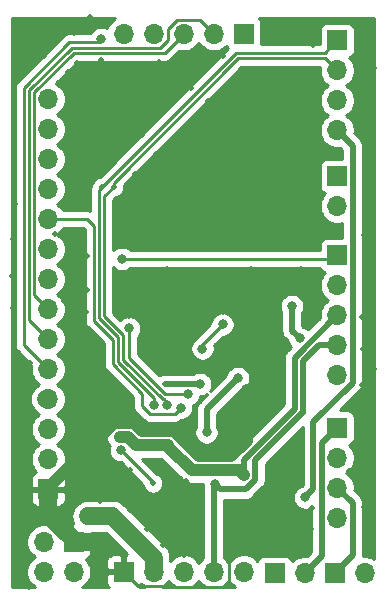
<source format=gbl>
%TF.GenerationSoftware,KiCad,Pcbnew,(5.1.6-0-10_14)*%
%TF.CreationDate,2021-04-14T19:14:16+09:00*%
%TF.ProjectId,qPCR-photosensing,71504352-2d70-4686-9f74-6f73656e7369,rev?*%
%TF.SameCoordinates,Original*%
%TF.FileFunction,Copper,L2,Bot*%
%TF.FilePolarity,Positive*%
%FSLAX46Y46*%
G04 Gerber Fmt 4.6, Leading zero omitted, Abs format (unit mm)*
G04 Created by KiCad (PCBNEW (5.1.6-0-10_14)) date 2021-04-14 19:14:16*
%MOMM*%
%LPD*%
G01*
G04 APERTURE LIST*
%TA.AperFunction,ComponentPad*%
%ADD10O,1.700000X1.700000*%
%TD*%
%TA.AperFunction,ComponentPad*%
%ADD11R,1.700000X1.700000*%
%TD*%
%TA.AperFunction,ViaPad*%
%ADD12C,0.508000*%
%TD*%
%TA.AperFunction,ViaPad*%
%ADD13C,0.800000*%
%TD*%
%TA.AperFunction,Conductor*%
%ADD14C,1.524000*%
%TD*%
%TA.AperFunction,Conductor*%
%ADD15C,0.250000*%
%TD*%
%TA.AperFunction,Conductor*%
%ADD16C,1.016000*%
%TD*%
%TA.AperFunction,Conductor*%
%ADD17C,0.508000*%
%TD*%
%TA.AperFunction,Conductor*%
%ADD18C,0.254000*%
%TD*%
G04 APERTURE END LIST*
D10*
%TO.P,J1,14*%
%TO.N,THERM_WELL*%
X86730000Y-69980000D03*
%TO.P,J1,13*%
%TO.N,I2C_SDA*%
X86730000Y-72520000D03*
%TO.P,J1,12*%
%TO.N,I2C_SCL*%
X86730000Y-75060000D03*
%TO.P,J1,11*%
%TO.N,ADC_DRDY*%
X86730000Y-77600000D03*
%TO.P,J1,10*%
%TO.N,PD_REF_PWM*%
X86730000Y-80140000D03*
%TO.P,J1,9*%
%TO.N,PD_MUX_GPIO1*%
X86730000Y-82680000D03*
%TO.P,J1,8*%
%TO.N,PD_MUX_GPIO2*%
X86730000Y-85220000D03*
%TO.P,J1,7*%
%TO.N,PD_MUX_GPIO3*%
X86730000Y-87760000D03*
%TO.P,J1,6*%
%TO.N,PD_MUX_GPIO4*%
X86730000Y-90300000D03*
%TO.P,J1,5*%
%TO.N,PD_MUX_GPIO5*%
X86730000Y-92840000D03*
%TO.P,J1,4*%
%TO.N,VCC_LOGIC*%
X86730000Y-95380000D03*
%TO.P,J1,3*%
%TO.N,N/C*%
X86730000Y-97920000D03*
%TO.P,J1,2*%
X86730000Y-100460000D03*
D11*
%TO.P,J1,1*%
%TO.N,GND*%
X86730000Y-103000000D03*
%TD*%
%TO.P,R6,1*%
%TO.N,PD_MUX_OUT*%
X110980000Y-110130000D03*
D10*
%TO.P,R6,2*%
%TO.N,/GAIN_SMALL*%
X113520000Y-110130000D03*
%TD*%
%TO.P,JSPI1,4*%
%TO.N,DEMOD_SPI_CS*%
X86360000Y-110000000D03*
%TO.P,JSPI1,3*%
%TO.N,DEMOD_SPI_SDIO*%
X86360000Y-107460000D03*
%TO.P,JSPI1,2*%
%TO.N,DEMOD_SPI_SCLK*%
X88900000Y-110000000D03*
D11*
%TO.P,JSPI1,1*%
%TO.N,GND*%
X88900000Y-107460000D03*
%TD*%
D10*
%TO.P,J2,5*%
%TO.N,/AMP_GAIN_SW*%
X111200000Y-93360000D03*
%TO.P,J2,4*%
%TO.N,-1V*%
X111200000Y-90820000D03*
%TO.P,J2,3*%
%TO.N,PHOTO_3V3*%
X111200000Y-88280000D03*
%TO.P,J2,2*%
%TO.N,PHOTO_GND*%
X111200000Y-85740000D03*
D11*
%TO.P,J2,1*%
%TO.N,THERM_TEST1*%
X111200000Y-83200000D03*
%TD*%
D10*
%TO.P,J3,2*%
%TO.N,XOUT*%
X111200000Y-79040000D03*
D11*
%TO.P,J3,1*%
%TO.N,CLKIN*%
X111200000Y-76500000D03*
%TD*%
D10*
%TO.P,J8,4*%
%TO.N,/GAIN_SMALL*%
X111200000Y-105420000D03*
%TO.P,J8,3*%
%TO.N,PD_MUX_OUT*%
X111200000Y-102880000D03*
%TO.P,J8,2*%
X111200000Y-100340000D03*
D11*
%TO.P,J8,1*%
%TO.N,/GAIN_LARGE*%
X111200000Y-97800000D03*
%TD*%
D10*
%TO.P,J9,5*%
%TO.N,PD_MUX_OUT*%
X103298000Y-110000000D03*
%TO.P,J9,4*%
%TO.N,-1V*%
X100758000Y-110000000D03*
%TO.P,J9,3*%
%TO.N,PHOTO_GND*%
X98218000Y-110000000D03*
%TO.P,J9,2*%
%TO.N,VCC_LOGIC*%
X95678000Y-110000000D03*
D11*
%TO.P,J9,1*%
%TO.N,GND*%
X93138000Y-110000000D03*
%TD*%
%TO.P,J10,1*%
%TO.N,PD_MUX_GPIO5*%
X103298000Y-64440000D03*
D10*
%TO.P,J10,2*%
%TO.N,PD_MUX_GPIO4*%
X100758000Y-64440000D03*
%TO.P,J10,3*%
%TO.N,PD_MUX_GPIO3*%
X98218000Y-64440000D03*
%TO.P,J10,4*%
%TO.N,PD_MUX_GPIO2*%
X95678000Y-64440000D03*
%TO.P,J10,5*%
%TO.N,PD_MUX_GPIO1*%
X93138000Y-64440000D03*
%TD*%
D11*
%TO.P,R4,1*%
%TO.N,PD_MUX_OUT*%
X105900000Y-110130000D03*
D10*
%TO.P,R4,2*%
%TO.N,/GAIN_LARGE*%
X108440000Y-110130000D03*
%TD*%
%TO.P,J4,4*%
%TO.N,/AMP_OUT*%
X111200000Y-72620000D03*
%TO.P,J4,3*%
%TO.N,PD_MUX_OUT*%
X111200000Y-70080000D03*
%TO.P,J4,2*%
%TO.N,/PHOTO_OUT_P*%
X111200000Y-67540000D03*
D11*
%TO.P,J4,1*%
%TO.N,/PHOTO_OUT_N*%
X111200000Y-65000000D03*
%TD*%
D12*
%TO.N,GND*%
X90270000Y-63020000D03*
X88890000Y-64370000D03*
X83880000Y-63360000D03*
X86900000Y-63390000D03*
X84000000Y-66340000D03*
X86360000Y-66340000D03*
X85650000Y-64980000D03*
X83950000Y-78880000D03*
X85220000Y-92310000D03*
X83850000Y-90460000D03*
X83690000Y-84990000D03*
X83800000Y-81840000D03*
X83780000Y-87680000D03*
X83920000Y-94390000D03*
X85650000Y-94160000D03*
X85580000Y-96580000D03*
X85530000Y-99120000D03*
X85440000Y-101500000D03*
X85270000Y-104610000D03*
X85440000Y-106080000D03*
X85270000Y-108680000D03*
X85100000Y-111250000D03*
X84050000Y-110050000D03*
X83990000Y-107240000D03*
X84020000Y-103550000D03*
X83990000Y-100730000D03*
X84050000Y-97860000D03*
X90570000Y-111180000D03*
X91070000Y-109930000D03*
X94560000Y-111180000D03*
X96920000Y-111020000D03*
X99490000Y-111060000D03*
X102030000Y-111010000D03*
X94463800Y-77536200D03*
D13*
X103555550Y-94623360D03*
D12*
X88400000Y-67700000D03*
X89200000Y-66900000D03*
X87800000Y-74000000D03*
X87800000Y-71300000D03*
X88300000Y-69400000D03*
X91200000Y-66700000D03*
X90400000Y-69200000D03*
X89200000Y-70500000D03*
X89100000Y-72500000D03*
X89600000Y-74500000D03*
X91600000Y-76000000D03*
X91100000Y-73800000D03*
X91100000Y-71700000D03*
X92400000Y-68200000D03*
X92200000Y-70300000D03*
X92600000Y-72600000D03*
X92900000Y-74500000D03*
X94700000Y-73000000D03*
X94500000Y-70900000D03*
X94200000Y-69000000D03*
X93900000Y-67000000D03*
X96100000Y-66800000D03*
X96500000Y-68400000D03*
X96600000Y-70300000D03*
X98800000Y-69000000D03*
X98800000Y-67400000D03*
X100200000Y-66200000D03*
X101500000Y-66300000D03*
X104900000Y-65200000D03*
X105100000Y-63300000D03*
X106800000Y-64500000D03*
X109000000Y-63400000D03*
X109200000Y-65400000D03*
X112600000Y-63500000D03*
X113200000Y-66200000D03*
X112900000Y-68800000D03*
X113600000Y-70600000D03*
X114300000Y-67300000D03*
X114100000Y-64900000D03*
X114000000Y-72700000D03*
X114100000Y-75500000D03*
X113600000Y-77000000D03*
X114100000Y-79900000D03*
X113500000Y-81500000D03*
X114000000Y-83300000D03*
X113700000Y-85200000D03*
X114200000Y-87000000D03*
X113300000Y-88400000D03*
X114200000Y-89700000D03*
X113400000Y-91100000D03*
X114300000Y-92800000D03*
X113300000Y-94200000D03*
X114100000Y-96000000D03*
X113300000Y-97800000D03*
X114100000Y-99800000D03*
X112200000Y-101500000D03*
X113800000Y-103000000D03*
X113500000Y-104500000D03*
X114000000Y-106400000D03*
X109000000Y-106400000D03*
X107200000Y-106500000D03*
X105800000Y-106500000D03*
X107800000Y-104800000D03*
X108100000Y-105700000D03*
X109100000Y-104600000D03*
X103500000Y-106400000D03*
X101800000Y-108500000D03*
X99800000Y-107200000D03*
X98200000Y-108600000D03*
X96500000Y-107700000D03*
X95100000Y-106400000D03*
X93700000Y-104800000D03*
X95000000Y-103300000D03*
X95900000Y-104700000D03*
X97000000Y-106100000D03*
X96700000Y-102700000D03*
X98400000Y-102300000D03*
X97400000Y-103700000D03*
X98800000Y-105200000D03*
X91100000Y-104000000D03*
X90300000Y-102500000D03*
X90300000Y-101000000D03*
X91400000Y-100100000D03*
X92100000Y-101300000D03*
X93700000Y-101400000D03*
X91900000Y-102500000D03*
X90200000Y-97800000D03*
X91100000Y-96600000D03*
X89400000Y-94800000D03*
X91300000Y-93500000D03*
X89400000Y-93000000D03*
X91200000Y-90900000D03*
X89300000Y-89000000D03*
X89900000Y-88000000D03*
X90100000Y-90900000D03*
X92400000Y-88100000D03*
X93600000Y-88300000D03*
X95900000Y-88000000D03*
X99300000Y-88000000D03*
X101500000Y-88000000D03*
X88100000Y-87100000D03*
X90000000Y-86100000D03*
X87900000Y-84100000D03*
X90000000Y-83300000D03*
X88500000Y-85600000D03*
X87300000Y-81400000D03*
X88600000Y-82000000D03*
X94100000Y-76300000D03*
X95900000Y-74600000D03*
X98200000Y-72300000D03*
X100300000Y-70100000D03*
X103100000Y-67400000D03*
X109500000Y-67500000D03*
X106300000Y-67500000D03*
X102800000Y-69600000D03*
X104100000Y-72200000D03*
X100400000Y-74200000D03*
X101800000Y-72200000D03*
X98100000Y-75600000D03*
X96300000Y-77200000D03*
X99500000Y-78100000D03*
X97100000Y-79600000D03*
X103900000Y-74200000D03*
X101500000Y-76400000D03*
X105900000Y-70000000D03*
X108300000Y-69400000D03*
X108700000Y-71800000D03*
X106700000Y-73500000D03*
X110100000Y-71400000D03*
X111000000Y-74500000D03*
X109600000Y-77200000D03*
X108600000Y-75200000D03*
X105900000Y-76400000D03*
X103500000Y-77900000D03*
X100200000Y-79900000D03*
X97800000Y-81800000D03*
X96800000Y-84400000D03*
X97400000Y-86300000D03*
X100100000Y-84600000D03*
X101800000Y-86200000D03*
X103900000Y-84400000D03*
X105600000Y-86300000D03*
X108100000Y-84400000D03*
X108200000Y-86600000D03*
X108200000Y-82500000D03*
X105000000Y-82600000D03*
X101400000Y-82700000D03*
X103200000Y-80700000D03*
X105900000Y-79500000D03*
X107800000Y-78100000D03*
X107400000Y-80900000D03*
%TO.N,VCC_LOGIC*%
X90100000Y-105300000D03*
D13*
X108036130Y-90236130D03*
X107374857Y-87499837D03*
D12*
%TO.N,/AMP_OUT*%
X96623762Y-94100000D03*
D13*
X99600000Y-94100000D03*
X108500000Y-103700000D03*
%TO.N,PD_REF_PWM*%
X98000000Y-96100000D03*
%TO.N,PD_MUX_GPIO5*%
X91230000Y-64890000D03*
%TO.N,THERM_TEST1*%
X93000000Y-83500000D03*
D12*
%TO.N,DEMOD_SPI_CS*%
X95600000Y-102500000D03*
D13*
X92900000Y-99700000D03*
%TO.N,PHOTO_GND*%
X100152801Y-98192000D03*
X102800000Y-93600000D03*
%TO.N,-1V*%
X100900000Y-102600000D03*
%TO.N,PHOTO_3V3*%
X103300000Y-101800000D03*
X96900000Y-99300000D03*
X92800000Y-98600000D03*
%TO.N,XOUT*%
X93582346Y-89382346D03*
X98605439Y-94954000D03*
%TO.N,CLKIN*%
X101505858Y-89049999D03*
X99800000Y-91100000D03*
D12*
%TO.N,/PHOTO_OUT_P*%
X92300000Y-77400000D03*
D13*
X96800000Y-95900000D03*
D12*
%TO.N,/PHOTO_OUT_N*%
X91300000Y-77400000D03*
D13*
X95700000Y-95900000D03*
%TD*%
D14*
%TO.N,GND*%
X90598000Y-107460000D02*
X88900000Y-107460000D01*
X86730000Y-105148238D02*
X86730000Y-103000000D01*
X88900000Y-107318238D02*
X86730000Y-105148238D01*
X88900000Y-107460000D02*
X88900000Y-107318238D01*
D15*
X90240000Y-63020000D02*
X88890000Y-64370000D01*
X90270000Y-63020000D02*
X90240000Y-63020000D01*
X101726001Y-111313999D02*
X102030000Y-111010000D01*
X99743999Y-111313999D02*
X101726001Y-111313999D01*
X99490000Y-111060000D02*
X99743999Y-111313999D01*
X96760000Y-111180000D02*
X94560000Y-111180000D01*
X96920000Y-111020000D02*
X96760000Y-111180000D01*
X84040000Y-66380000D02*
X84000000Y-66340000D01*
X94318000Y-111180000D02*
X93138000Y-110000000D01*
X94560000Y-111180000D02*
X94318000Y-111180000D01*
D16*
X103555550Y-94623360D02*
X103555550Y-98883964D01*
X103555550Y-98883964D02*
X102255523Y-100183991D01*
X99503688Y-100183991D02*
X97403687Y-98083990D01*
X102255523Y-100183991D02*
X99503688Y-100183991D01*
X93995686Y-97375989D02*
X92296313Y-97375989D01*
X86730000Y-102942302D02*
X86730000Y-103000000D01*
X94703687Y-98083990D02*
X93995686Y-97375989D01*
X92296313Y-97375989D02*
X86730000Y-102942302D01*
X97403687Y-98083990D02*
X94703687Y-98083990D01*
D15*
X97173999Y-111273999D02*
X99276001Y-111273999D01*
X99276001Y-111273999D02*
X99490000Y-111060000D01*
X96920000Y-111020000D02*
X97173999Y-111273999D01*
X97300000Y-107700000D02*
X98200000Y-108600000D01*
X96500000Y-107700000D02*
X97300000Y-107700000D01*
X102053999Y-110986001D02*
X102030000Y-111010000D01*
X102053999Y-108753999D02*
X102053999Y-110986001D01*
X101800000Y-108500000D02*
X102053999Y-108753999D01*
X99600000Y-107200000D02*
X98200000Y-108600000D01*
X99800000Y-107200000D02*
X99600000Y-107200000D01*
X88000000Y-81400000D02*
X88600000Y-82000000D01*
X87300000Y-81400000D02*
X88000000Y-81400000D01*
D17*
%TO.N,PD_MUX_OUT*%
X112504001Y-108605999D02*
X110980000Y-110130000D01*
X112504001Y-104184001D02*
X112504001Y-108605999D01*
X111200000Y-102880000D02*
X112504001Y-104184001D01*
D14*
%TO.N,VCC_LOGIC*%
X86588238Y-95380000D02*
X86730000Y-95380000D01*
X92180081Y-105300000D02*
X90100000Y-105300000D01*
X95678000Y-108797919D02*
X92180081Y-105300000D01*
X95678000Y-110000000D02*
X95678000Y-108797919D01*
D17*
X107374857Y-89574857D02*
X108036130Y-90236130D01*
X107374857Y-87499837D02*
X107374857Y-89574857D01*
%TO.N,/AMP_OUT*%
X99600000Y-94100000D02*
X96623762Y-94100000D01*
X112504001Y-93978797D02*
X109187989Y-97294809D01*
X112504001Y-73924001D02*
X112504001Y-93978797D01*
X111200000Y-72620000D02*
X112504001Y-73924001D01*
X109187989Y-103012011D02*
X108500000Y-103700000D01*
X109187989Y-97294809D02*
X109187989Y-103012011D01*
D15*
%TO.N,PD_REF_PWM*%
X90027990Y-80140000D02*
X86730000Y-80140000D01*
X90587990Y-88733812D02*
X90587990Y-80700000D01*
X92199980Y-90345802D02*
X90587990Y-88733812D01*
X90587990Y-80700000D02*
X90027990Y-80140000D01*
X92199980Y-92404291D02*
X92199980Y-90345802D01*
X94700000Y-94904311D02*
X92199980Y-92404291D01*
X97474999Y-96625001D02*
X95351999Y-96625001D01*
X94700000Y-95973002D02*
X94700000Y-94904311D01*
X95351999Y-96625001D02*
X94700000Y-95973002D01*
X98000000Y-96100000D02*
X97474999Y-96625001D01*
%TO.N,PD_MUX_GPIO3*%
X98218000Y-64440000D02*
X96592989Y-66065011D01*
X85554999Y-69415999D02*
X85554999Y-86584999D01*
X85554999Y-86584999D02*
X86730000Y-87760000D01*
X88905987Y-66065011D02*
X85554999Y-69415999D01*
X96592989Y-66065011D02*
X88905987Y-66065011D01*
%TO.N,PD_MUX_GPIO4*%
X85104989Y-88674989D02*
X86730000Y-90300000D01*
X96242001Y-65615001D02*
X88719586Y-65615002D01*
X96853001Y-64065997D02*
X96853001Y-65004001D01*
X85104989Y-69229599D02*
X85104989Y-88674989D01*
X88719586Y-65615002D02*
X85104989Y-69229599D01*
X97653999Y-63264999D02*
X96853001Y-64065997D01*
X99582999Y-63264999D02*
X97653999Y-63264999D01*
X96853001Y-65004001D02*
X96242001Y-65615001D01*
X100758000Y-64440000D02*
X99582999Y-63264999D01*
%TO.N,PD_MUX_GPIO5*%
X84654980Y-90764980D02*
X86730000Y-92840000D01*
X84654980Y-69043198D02*
X84654980Y-90764980D01*
X88533187Y-65164993D02*
X84654980Y-69043198D01*
X90955007Y-65164993D02*
X88533187Y-65164993D01*
X91230000Y-64890000D02*
X90955007Y-65164993D01*
%TO.N,THERM_TEST1*%
X110900000Y-83500000D02*
X111200000Y-83200000D01*
X93000000Y-83500000D02*
X110900000Y-83500000D01*
%TO.N,DEMOD_SPI_CS*%
X95600000Y-102400000D02*
X95600000Y-102500000D01*
X92900000Y-99700000D02*
X95600000Y-102400000D01*
D17*
%TO.N,PHOTO_GND*%
X100152801Y-96247199D02*
X102800000Y-93600000D01*
X100152801Y-98192000D02*
X100152801Y-96247199D01*
%TO.N,/GAIN_LARGE*%
X109895999Y-108674001D02*
X108440000Y-110130000D01*
X109895999Y-99104001D02*
X109895999Y-108674001D01*
X111200000Y-97800000D02*
X109895999Y-99104001D01*
%TO.N,-1V*%
X100758000Y-102742000D02*
X100900000Y-102600000D01*
X100758000Y-110000000D02*
X100758000Y-102742000D01*
X100900000Y-102600000D02*
X101299999Y-102999999D01*
X111200000Y-90820000D02*
X109661276Y-90820000D01*
X108308010Y-92173266D02*
X108308010Y-96554638D01*
X109661276Y-90820000D02*
X108308010Y-92173266D01*
X108246639Y-96554638D02*
X104262010Y-100539267D01*
X108308010Y-96554638D02*
X108246639Y-96554638D01*
X104262010Y-102198477D02*
X103460488Y-102999999D01*
X103460488Y-102999999D02*
X101299999Y-102999999D01*
X104262010Y-100539267D02*
X104262010Y-102198477D01*
D16*
%TO.N,PHOTO_3V3*%
X96900000Y-99300000D02*
X94200000Y-99300000D01*
D17*
X103300000Y-100500000D02*
X103300000Y-101800000D01*
X107600000Y-96200000D02*
X103300000Y-100500000D01*
X107600000Y-91880000D02*
X107600000Y-96200000D01*
X111200000Y-88280000D02*
X107600000Y-91880000D01*
D16*
X102900001Y-101400001D02*
X98900001Y-101400001D01*
X103300000Y-101800000D02*
X102900001Y-101400001D01*
X96900000Y-99400000D02*
X96900000Y-99300000D01*
X98900001Y-101400001D02*
X96900000Y-99400000D01*
X93491999Y-98591999D02*
X92800000Y-98591999D01*
X94200000Y-99300000D02*
X93491999Y-98591999D01*
D15*
%TO.N,XOUT*%
X96658919Y-94954000D02*
X98605439Y-94954000D01*
X93582346Y-91877427D02*
X96658919Y-94954000D01*
X93582346Y-89382346D02*
X93582346Y-91877427D01*
%TO.N,CLKIN*%
X99800000Y-90755857D02*
X99800000Y-91100000D01*
X101505858Y-89049999D02*
X99800000Y-90755857D01*
%TO.N,/PHOTO_OUT_P*%
X102821389Y-66515021D02*
X92300000Y-77036410D01*
X110175021Y-66515021D02*
X102821389Y-66515021D01*
X92300000Y-77036410D02*
X92300000Y-77400000D01*
X111200000Y-67540000D02*
X110175021Y-66515021D01*
X93100000Y-89973002D02*
X91488010Y-88361012D01*
X91488010Y-88361012D02*
X91488010Y-78211990D01*
X96800000Y-95700000D02*
X96504010Y-95404010D01*
X96472518Y-95404009D02*
X93100000Y-92031491D01*
X96504010Y-95404010D02*
X96472518Y-95404009D01*
X91488010Y-78211990D02*
X92300000Y-77400000D01*
X93100000Y-92031491D02*
X93100000Y-89973002D01*
X96800000Y-95900000D02*
X96800000Y-95700000D01*
%TO.N,/PHOTO_OUT_N*%
X102634989Y-66065011D02*
X91300000Y-77400000D01*
X110134989Y-66065011D02*
X102634989Y-66065011D01*
X111200000Y-65000000D02*
X110134989Y-66065011D01*
X91038000Y-77662000D02*
X91300000Y-77400000D01*
X91038000Y-88547412D02*
X91038000Y-77662000D01*
X92649990Y-92217891D02*
X92649990Y-90159402D01*
X92649990Y-90159402D02*
X91038000Y-88547412D01*
X95700000Y-95267901D02*
X92649990Y-92217891D01*
X95700000Y-95900000D02*
X95700000Y-95267901D01*
%TD*%
D18*
%TO.N,GND*%
G36*
X102144525Y-110946632D02*
G01*
X102351368Y-111153475D01*
X102593107Y-111315000D01*
X101462893Y-111315000D01*
X101704632Y-111153475D01*
X101911475Y-110946632D01*
X102028000Y-110772240D01*
X102144525Y-110946632D01*
G37*
X102144525Y-110946632D02*
X102351368Y-111153475D01*
X102593107Y-111315000D01*
X101462893Y-111315000D01*
X101704632Y-111153475D01*
X101911475Y-110946632D01*
X102028000Y-110772240D01*
X102144525Y-110946632D01*
G36*
X99604525Y-110946632D02*
G01*
X99811368Y-111153475D01*
X100053107Y-111315000D01*
X98922893Y-111315000D01*
X99164632Y-111153475D01*
X99371475Y-110946632D01*
X99488000Y-110772240D01*
X99604525Y-110946632D01*
G37*
X99604525Y-110946632D02*
X99811368Y-111153475D01*
X100053107Y-111315000D01*
X98922893Y-111315000D01*
X99164632Y-111153475D01*
X99371475Y-110946632D01*
X99488000Y-110772240D01*
X99604525Y-110946632D01*
G36*
X94731368Y-111153475D02*
G01*
X94973107Y-111315000D01*
X94422351Y-111315000D01*
X94439185Y-111301185D01*
X94518537Y-111204494D01*
X94577502Y-111094180D01*
X94599513Y-111021620D01*
X94731368Y-111153475D01*
G37*
X94731368Y-111153475D02*
X94973107Y-111315000D01*
X94422351Y-111315000D01*
X94439185Y-111301185D01*
X94518537Y-111204494D01*
X94577502Y-111094180D01*
X94599513Y-111021620D01*
X94731368Y-111153475D01*
G36*
X97064525Y-110946632D02*
G01*
X97271368Y-111153475D01*
X97513107Y-111315000D01*
X96382893Y-111315000D01*
X96624632Y-111153475D01*
X96831475Y-110946632D01*
X96948000Y-110772240D01*
X97064525Y-110946632D01*
G37*
X97064525Y-110946632D02*
X97271368Y-111153475D01*
X97513107Y-111315000D01*
X96382893Y-111315000D01*
X96624632Y-111153475D01*
X96831475Y-110946632D01*
X96948000Y-110772240D01*
X97064525Y-110946632D01*
G36*
X93421587Y-108517163D02*
G01*
X93265000Y-108673750D01*
X93265000Y-109873000D01*
X93285000Y-109873000D01*
X93285000Y-110127000D01*
X93265000Y-110127000D01*
X93265000Y-110147000D01*
X93011000Y-110147000D01*
X93011000Y-110127000D01*
X91811750Y-110127000D01*
X91653000Y-110285750D01*
X91649928Y-110850000D01*
X91662188Y-110974482D01*
X91698498Y-111094180D01*
X91757463Y-111204494D01*
X91836815Y-111301185D01*
X91853649Y-111315000D01*
X89604893Y-111315000D01*
X89846632Y-111153475D01*
X90053475Y-110946632D01*
X90215990Y-110703411D01*
X90327932Y-110433158D01*
X90385000Y-110146260D01*
X90385000Y-109853740D01*
X90327932Y-109566842D01*
X90215990Y-109296589D01*
X90118043Y-109150000D01*
X91649928Y-109150000D01*
X91653000Y-109714250D01*
X91811750Y-109873000D01*
X93011000Y-109873000D01*
X93011000Y-108673750D01*
X92852250Y-108515000D01*
X92288000Y-108511928D01*
X92163518Y-108524188D01*
X92043820Y-108560498D01*
X91933506Y-108619463D01*
X91836815Y-108698815D01*
X91757463Y-108795506D01*
X91698498Y-108905820D01*
X91662188Y-109025518D01*
X91649928Y-109150000D01*
X90118043Y-109150000D01*
X90053475Y-109053368D01*
X89921620Y-108921513D01*
X89994180Y-108899502D01*
X90104494Y-108840537D01*
X90201185Y-108761185D01*
X90280537Y-108664494D01*
X90339502Y-108554180D01*
X90375812Y-108434482D01*
X90388072Y-108310000D01*
X90385000Y-107745750D01*
X90226250Y-107587000D01*
X89027000Y-107587000D01*
X89027000Y-107607000D01*
X88773000Y-107607000D01*
X88773000Y-107587000D01*
X88753000Y-107587000D01*
X88753000Y-107333000D01*
X88773000Y-107333000D01*
X88773000Y-107313000D01*
X89027000Y-107313000D01*
X89027000Y-107333000D01*
X90226250Y-107333000D01*
X90385000Y-107174250D01*
X90387598Y-106697000D01*
X91601426Y-106697000D01*
X93421587Y-108517163D01*
G37*
X93421587Y-108517163D02*
X93265000Y-108673750D01*
X93265000Y-109873000D01*
X93285000Y-109873000D01*
X93285000Y-110127000D01*
X93265000Y-110127000D01*
X93265000Y-110147000D01*
X93011000Y-110147000D01*
X93011000Y-110127000D01*
X91811750Y-110127000D01*
X91653000Y-110285750D01*
X91649928Y-110850000D01*
X91662188Y-110974482D01*
X91698498Y-111094180D01*
X91757463Y-111204494D01*
X91836815Y-111301185D01*
X91853649Y-111315000D01*
X89604893Y-111315000D01*
X89846632Y-111153475D01*
X90053475Y-110946632D01*
X90215990Y-110703411D01*
X90327932Y-110433158D01*
X90385000Y-110146260D01*
X90385000Y-109853740D01*
X90327932Y-109566842D01*
X90215990Y-109296589D01*
X90118043Y-109150000D01*
X91649928Y-109150000D01*
X91653000Y-109714250D01*
X91811750Y-109873000D01*
X93011000Y-109873000D01*
X93011000Y-108673750D01*
X92852250Y-108515000D01*
X92288000Y-108511928D01*
X92163518Y-108524188D01*
X92043820Y-108560498D01*
X91933506Y-108619463D01*
X91836815Y-108698815D01*
X91757463Y-108795506D01*
X91698498Y-108905820D01*
X91662188Y-109025518D01*
X91649928Y-109150000D01*
X90118043Y-109150000D01*
X90053475Y-109053368D01*
X89921620Y-108921513D01*
X89994180Y-108899502D01*
X90104494Y-108840537D01*
X90201185Y-108761185D01*
X90280537Y-108664494D01*
X90339502Y-108554180D01*
X90375812Y-108434482D01*
X90388072Y-108310000D01*
X90385000Y-107745750D01*
X90226250Y-107587000D01*
X89027000Y-107587000D01*
X89027000Y-107607000D01*
X88773000Y-107607000D01*
X88773000Y-107587000D01*
X88753000Y-107587000D01*
X88753000Y-107333000D01*
X88773000Y-107333000D01*
X88773000Y-107313000D01*
X89027000Y-107313000D01*
X89027000Y-107333000D01*
X90226250Y-107333000D01*
X90385000Y-107174250D01*
X90387598Y-106697000D01*
X91601426Y-106697000D01*
X93421587Y-108517163D01*
G36*
X92191368Y-63286525D02*
G01*
X91984525Y-63493368D01*
X91822010Y-63736589D01*
X91723322Y-63974844D01*
X91720256Y-63972795D01*
X91531898Y-63894774D01*
X91331939Y-63855000D01*
X91128061Y-63855000D01*
X90928102Y-63894774D01*
X90739744Y-63972795D01*
X90570226Y-64086063D01*
X90426063Y-64230226D01*
X90312795Y-64399744D01*
X90310621Y-64404993D01*
X88570520Y-64404993D01*
X88533187Y-64401316D01*
X88384201Y-64415990D01*
X88240940Y-64459447D01*
X88108911Y-64530019D01*
X88022184Y-64601193D01*
X88022179Y-64601198D01*
X87993186Y-64624992D01*
X87969392Y-64653985D01*
X84143983Y-68479394D01*
X84114979Y-68503197D01*
X84074872Y-68552068D01*
X84020006Y-68618922D01*
X83971081Y-68710453D01*
X83949434Y-68750952D01*
X83905977Y-68894213D01*
X83894980Y-69005866D01*
X83894980Y-69005875D01*
X83891304Y-69043198D01*
X83894980Y-69080520D01*
X83894981Y-90727647D01*
X83891304Y-90764980D01*
X83894981Y-90802313D01*
X83904172Y-90895624D01*
X83905978Y-90913965D01*
X83949434Y-91057226D01*
X84020006Y-91189256D01*
X84087199Y-91271130D01*
X84114980Y-91304981D01*
X84143978Y-91328779D01*
X85288790Y-92473593D01*
X85245000Y-92693740D01*
X85245000Y-92986260D01*
X85302068Y-93273158D01*
X85414010Y-93543411D01*
X85576525Y-93786632D01*
X85783368Y-93993475D01*
X85957760Y-94110000D01*
X85783368Y-94226525D01*
X85745476Y-94264417D01*
X85595630Y-94387392D01*
X85421055Y-94600113D01*
X85291334Y-94842805D01*
X85211452Y-95106140D01*
X85184479Y-95380000D01*
X85211452Y-95653860D01*
X85291334Y-95917195D01*
X85421055Y-96159887D01*
X85595630Y-96372608D01*
X85745476Y-96495583D01*
X85783368Y-96533475D01*
X85957760Y-96650000D01*
X85783368Y-96766525D01*
X85576525Y-96973368D01*
X85414010Y-97216589D01*
X85302068Y-97486842D01*
X85245000Y-97773740D01*
X85245000Y-98066260D01*
X85302068Y-98353158D01*
X85414010Y-98623411D01*
X85576525Y-98866632D01*
X85783368Y-99073475D01*
X85957760Y-99190000D01*
X85783368Y-99306525D01*
X85576525Y-99513368D01*
X85414010Y-99756589D01*
X85302068Y-100026842D01*
X85245000Y-100313740D01*
X85245000Y-100606260D01*
X85302068Y-100893158D01*
X85414010Y-101163411D01*
X85576525Y-101406632D01*
X85708380Y-101538487D01*
X85635820Y-101560498D01*
X85525506Y-101619463D01*
X85428815Y-101698815D01*
X85349463Y-101795506D01*
X85290498Y-101905820D01*
X85254188Y-102025518D01*
X85241928Y-102150000D01*
X85245000Y-102714250D01*
X85403750Y-102873000D01*
X86603000Y-102873000D01*
X86603000Y-102853000D01*
X86857000Y-102853000D01*
X86857000Y-102873000D01*
X88056250Y-102873000D01*
X88215000Y-102714250D01*
X88218072Y-102150000D01*
X88205812Y-102025518D01*
X88169502Y-101905820D01*
X88110537Y-101795506D01*
X88031185Y-101698815D01*
X87934494Y-101619463D01*
X87824180Y-101560498D01*
X87751620Y-101538487D01*
X87883475Y-101406632D01*
X88045990Y-101163411D01*
X88157932Y-100893158D01*
X88215000Y-100606260D01*
X88215000Y-100313740D01*
X88157932Y-100026842D01*
X88045990Y-99756589D01*
X87883475Y-99513368D01*
X87676632Y-99306525D01*
X87502240Y-99190000D01*
X87676632Y-99073475D01*
X87883475Y-98866632D01*
X88045990Y-98623411D01*
X88157932Y-98353158D01*
X88215000Y-98066260D01*
X88215000Y-97773740D01*
X88157932Y-97486842D01*
X88045990Y-97216589D01*
X87883475Y-96973368D01*
X87676632Y-96766525D01*
X87502240Y-96650000D01*
X87676632Y-96533475D01*
X87883475Y-96326632D01*
X88045990Y-96083411D01*
X88157932Y-95813158D01*
X88215000Y-95526260D01*
X88215000Y-95233740D01*
X88157932Y-94946842D01*
X88045990Y-94676589D01*
X87883475Y-94433368D01*
X87676632Y-94226525D01*
X87502240Y-94110000D01*
X87676632Y-93993475D01*
X87883475Y-93786632D01*
X88045990Y-93543411D01*
X88157932Y-93273158D01*
X88215000Y-92986260D01*
X88215000Y-92693740D01*
X88157932Y-92406842D01*
X88045990Y-92136589D01*
X87883475Y-91893368D01*
X87676632Y-91686525D01*
X87502240Y-91570000D01*
X87676632Y-91453475D01*
X87883475Y-91246632D01*
X88045990Y-91003411D01*
X88157932Y-90733158D01*
X88215000Y-90446260D01*
X88215000Y-90153740D01*
X88157932Y-89866842D01*
X88045990Y-89596589D01*
X87883475Y-89353368D01*
X87676632Y-89146525D01*
X87502240Y-89030000D01*
X87676632Y-88913475D01*
X87883475Y-88706632D01*
X88045990Y-88463411D01*
X88157932Y-88193158D01*
X88215000Y-87906260D01*
X88215000Y-87613740D01*
X88157932Y-87326842D01*
X88045990Y-87056589D01*
X87883475Y-86813368D01*
X87676632Y-86606525D01*
X87502240Y-86490000D01*
X87676632Y-86373475D01*
X87883475Y-86166632D01*
X88045990Y-85923411D01*
X88157932Y-85653158D01*
X88215000Y-85366260D01*
X88215000Y-85073740D01*
X88157932Y-84786842D01*
X88045990Y-84516589D01*
X87883475Y-84273368D01*
X87676632Y-84066525D01*
X87502240Y-83950000D01*
X87676632Y-83833475D01*
X87883475Y-83626632D01*
X88045990Y-83383411D01*
X88157932Y-83113158D01*
X88215000Y-82826260D01*
X88215000Y-82533740D01*
X88157932Y-82246842D01*
X88045990Y-81976589D01*
X87883475Y-81733368D01*
X87676632Y-81526525D01*
X87502240Y-81410000D01*
X87676632Y-81293475D01*
X87883475Y-81086632D01*
X88008178Y-80900000D01*
X89713189Y-80900000D01*
X89827991Y-81014803D01*
X89827990Y-88696490D01*
X89824314Y-88733812D01*
X89827990Y-88771134D01*
X89827990Y-88771144D01*
X89838987Y-88882797D01*
X89869689Y-88984010D01*
X89882444Y-89026058D01*
X89953016Y-89158088D01*
X89972957Y-89182386D01*
X90047989Y-89273813D01*
X90076993Y-89297616D01*
X91439981Y-90660605D01*
X91439980Y-92366968D01*
X91436304Y-92404291D01*
X91439980Y-92441613D01*
X91439980Y-92441623D01*
X91450977Y-92553276D01*
X91492758Y-92691013D01*
X91494434Y-92696537D01*
X91565006Y-92828567D01*
X91584947Y-92852865D01*
X91659979Y-92944292D01*
X91688983Y-92968095D01*
X93940001Y-95219114D01*
X93940000Y-95935679D01*
X93936324Y-95973002D01*
X93940000Y-96010324D01*
X93940000Y-96010334D01*
X93950997Y-96121987D01*
X93986796Y-96240001D01*
X93994454Y-96265248D01*
X94065026Y-96397278D01*
X94082585Y-96418673D01*
X94159999Y-96513003D01*
X94189002Y-96536805D01*
X94788199Y-97136003D01*
X94811998Y-97165002D01*
X94927723Y-97259975D01*
X95059752Y-97330547D01*
X95203013Y-97374004D01*
X95314666Y-97385001D01*
X95314676Y-97385001D01*
X95351999Y-97388677D01*
X95389322Y-97385001D01*
X97437677Y-97385001D01*
X97474999Y-97388677D01*
X97512321Y-97385001D01*
X97512332Y-97385001D01*
X97623985Y-97374004D01*
X97767246Y-97330547D01*
X97899275Y-97259975D01*
X98015000Y-97165002D01*
X98038802Y-97135999D01*
X98039801Y-97135000D01*
X98101939Y-97135000D01*
X98301898Y-97095226D01*
X98490256Y-97017205D01*
X98659774Y-96903937D01*
X98803937Y-96759774D01*
X98917205Y-96590256D01*
X98995226Y-96401898D01*
X99035000Y-96201939D01*
X99035000Y-95998061D01*
X99016308Y-95904088D01*
X99095695Y-95871205D01*
X99265213Y-95757937D01*
X99409376Y-95613774D01*
X99522644Y-95444256D01*
X99600665Y-95255898D01*
X99624713Y-95135000D01*
X99701939Y-95135000D01*
X99901898Y-95095226D01*
X100090256Y-95017205D01*
X100196649Y-94946116D01*
X99555060Y-95587705D01*
X99521143Y-95615540D01*
X99493308Y-95649457D01*
X99493306Y-95649459D01*
X99410049Y-95750908D01*
X99327499Y-95905347D01*
X99276665Y-96072925D01*
X99259501Y-96247199D01*
X99263802Y-96290869D01*
X99263801Y-97659532D01*
X99235596Y-97701744D01*
X99157575Y-97890102D01*
X99117801Y-98090061D01*
X99117801Y-98293939D01*
X99157575Y-98493898D01*
X99235596Y-98682256D01*
X99348864Y-98851774D01*
X99493027Y-98995937D01*
X99662545Y-99109205D01*
X99850903Y-99187226D01*
X100050862Y-99227000D01*
X100254740Y-99227000D01*
X100454699Y-99187226D01*
X100643057Y-99109205D01*
X100812575Y-98995937D01*
X100956738Y-98851774D01*
X101070006Y-98682256D01*
X101148027Y-98493898D01*
X101187801Y-98293939D01*
X101187801Y-98090061D01*
X101148027Y-97890102D01*
X101070006Y-97701744D01*
X101041801Y-97659532D01*
X101041801Y-96615434D01*
X103052106Y-94605130D01*
X103101898Y-94595226D01*
X103290256Y-94517205D01*
X103459774Y-94403937D01*
X103603937Y-94259774D01*
X103717205Y-94090256D01*
X103795226Y-93901898D01*
X103835000Y-93701939D01*
X103835000Y-93498061D01*
X103795226Y-93298102D01*
X103717205Y-93109744D01*
X103603937Y-92940226D01*
X103459774Y-92796063D01*
X103290256Y-92682795D01*
X103101898Y-92604774D01*
X102901939Y-92565000D01*
X102698061Y-92565000D01*
X102498102Y-92604774D01*
X102309744Y-92682795D01*
X102140226Y-92796063D01*
X101996063Y-92940226D01*
X101882795Y-93109744D01*
X101804774Y-93298102D01*
X101794870Y-93347894D01*
X100446116Y-94696649D01*
X100517205Y-94590256D01*
X100595226Y-94401898D01*
X100635000Y-94201939D01*
X100635000Y-93998061D01*
X100595226Y-93798102D01*
X100517205Y-93609744D01*
X100403937Y-93440226D01*
X100259774Y-93296063D01*
X100090256Y-93182795D01*
X99901898Y-93104774D01*
X99701939Y-93065000D01*
X99498061Y-93065000D01*
X99298102Y-93104774D01*
X99109744Y-93182795D01*
X99067532Y-93211000D01*
X96536203Y-93211000D01*
X96493153Y-93219563D01*
X96449488Y-93223864D01*
X96407499Y-93236601D01*
X96364450Y-93245164D01*
X96323905Y-93261959D01*
X96281911Y-93274697D01*
X96243205Y-93295386D01*
X96202663Y-93312179D01*
X96166177Y-93336558D01*
X96133660Y-93353939D01*
X94342346Y-91562626D01*
X94342346Y-90998061D01*
X98765000Y-90998061D01*
X98765000Y-91201939D01*
X98804774Y-91401898D01*
X98882795Y-91590256D01*
X98996063Y-91759774D01*
X99140226Y-91903937D01*
X99309744Y-92017205D01*
X99498102Y-92095226D01*
X99698061Y-92135000D01*
X99901939Y-92135000D01*
X100101898Y-92095226D01*
X100290256Y-92017205D01*
X100459774Y-91903937D01*
X100603937Y-91759774D01*
X100717205Y-91590256D01*
X100795226Y-91401898D01*
X100835000Y-91201939D01*
X100835000Y-90998061D01*
X100801419Y-90829239D01*
X101545660Y-90084999D01*
X101607797Y-90084999D01*
X101807756Y-90045225D01*
X101996114Y-89967204D01*
X102165632Y-89853936D01*
X102309795Y-89709773D01*
X102423063Y-89540255D01*
X102501084Y-89351897D01*
X102540858Y-89151938D01*
X102540858Y-88948060D01*
X102501084Y-88748101D01*
X102423063Y-88559743D01*
X102309795Y-88390225D01*
X102165632Y-88246062D01*
X101996114Y-88132794D01*
X101807756Y-88054773D01*
X101607797Y-88014999D01*
X101403919Y-88014999D01*
X101203960Y-88054773D01*
X101015602Y-88132794D01*
X100846084Y-88246062D01*
X100701921Y-88390225D01*
X100588653Y-88559743D01*
X100510632Y-88748101D01*
X100470858Y-88948060D01*
X100470858Y-89010197D01*
X99289003Y-90192053D01*
X99259999Y-90215856D01*
X99259677Y-90216249D01*
X99140226Y-90296063D01*
X98996063Y-90440226D01*
X98882795Y-90609744D01*
X98804774Y-90798102D01*
X98765000Y-90998061D01*
X94342346Y-90998061D01*
X94342346Y-90086057D01*
X94386283Y-90042120D01*
X94499551Y-89872602D01*
X94577572Y-89684244D01*
X94617346Y-89484285D01*
X94617346Y-89280407D01*
X94577572Y-89080448D01*
X94499551Y-88892090D01*
X94386283Y-88722572D01*
X94242120Y-88578409D01*
X94072602Y-88465141D01*
X93884244Y-88387120D01*
X93684285Y-88347346D01*
X93480407Y-88347346D01*
X93280448Y-88387120D01*
X93092090Y-88465141D01*
X92922572Y-88578409D01*
X92851390Y-88649591D01*
X92248010Y-88046211D01*
X92248010Y-84211721D01*
X92340226Y-84303937D01*
X92509744Y-84417205D01*
X92698102Y-84495226D01*
X92898061Y-84535000D01*
X93101939Y-84535000D01*
X93301898Y-84495226D01*
X93490256Y-84417205D01*
X93659774Y-84303937D01*
X93703711Y-84260000D01*
X109750130Y-84260000D01*
X109760498Y-84294180D01*
X109819463Y-84404494D01*
X109898815Y-84501185D01*
X109995506Y-84580537D01*
X110105820Y-84639502D01*
X110178380Y-84661513D01*
X110046525Y-84793368D01*
X109884010Y-85036589D01*
X109772068Y-85306842D01*
X109715000Y-85593740D01*
X109715000Y-85886260D01*
X109772068Y-86173158D01*
X109884010Y-86443411D01*
X110046525Y-86686632D01*
X110253368Y-86893475D01*
X110427760Y-87010000D01*
X110253368Y-87126525D01*
X110046525Y-87333368D01*
X109884010Y-87576589D01*
X109772068Y-87846842D01*
X109715000Y-88133740D01*
X109715000Y-88426260D01*
X109728523Y-88494242D01*
X108743238Y-89479527D01*
X108695904Y-89432193D01*
X108526386Y-89318925D01*
X108338028Y-89240904D01*
X108288235Y-89231000D01*
X108263857Y-89206622D01*
X108263857Y-88032305D01*
X108292062Y-87990093D01*
X108370083Y-87801735D01*
X108409857Y-87601776D01*
X108409857Y-87397898D01*
X108370083Y-87197939D01*
X108292062Y-87009581D01*
X108178794Y-86840063D01*
X108034631Y-86695900D01*
X107865113Y-86582632D01*
X107676755Y-86504611D01*
X107476796Y-86464837D01*
X107272918Y-86464837D01*
X107072959Y-86504611D01*
X106884601Y-86582632D01*
X106715083Y-86695900D01*
X106570920Y-86840063D01*
X106457652Y-87009581D01*
X106379631Y-87197939D01*
X106339857Y-87397898D01*
X106339857Y-87601776D01*
X106379631Y-87801735D01*
X106457652Y-87990093D01*
X106485857Y-88032305D01*
X106485858Y-89531187D01*
X106481557Y-89574857D01*
X106498721Y-89749131D01*
X106549555Y-89916709D01*
X106632105Y-90071148D01*
X106705439Y-90160505D01*
X106743199Y-90206516D01*
X106777116Y-90234351D01*
X107031000Y-90488235D01*
X107040904Y-90538028D01*
X107118925Y-90726386D01*
X107232193Y-90895904D01*
X107279527Y-90943238D01*
X107002264Y-91220501D01*
X106968341Y-91248341D01*
X106857247Y-91383710D01*
X106774697Y-91538150D01*
X106760431Y-91585181D01*
X106732586Y-91676975D01*
X106723864Y-91705727D01*
X106711000Y-91836334D01*
X106711000Y-91836340D01*
X106706700Y-91880000D01*
X106711000Y-91923660D01*
X106711001Y-95831764D01*
X102702264Y-99840501D01*
X102668341Y-99868341D01*
X102557247Y-100003710D01*
X102474697Y-100158150D01*
X102444711Y-100257001D01*
X99373447Y-100257001D01*
X97942938Y-98826493D01*
X97854968Y-98661911D01*
X97712133Y-98487867D01*
X97538089Y-98345032D01*
X97339523Y-98238897D01*
X97124067Y-98173539D01*
X96956146Y-98157000D01*
X96900000Y-98151470D01*
X96843854Y-98157000D01*
X94673445Y-98157000D01*
X94339927Y-97823482D01*
X94304132Y-97779866D01*
X94130088Y-97637031D01*
X93931522Y-97530896D01*
X93716066Y-97465538D01*
X93548145Y-97448999D01*
X93548138Y-97448999D01*
X93491999Y-97443470D01*
X93435860Y-97448999D01*
X92743854Y-97448999D01*
X92575933Y-97465538D01*
X92360477Y-97530896D01*
X92161911Y-97637031D01*
X91987867Y-97779866D01*
X91845032Y-97953910D01*
X91738897Y-98152476D01*
X91673539Y-98367932D01*
X91651470Y-98591999D01*
X91673539Y-98816066D01*
X91738897Y-99031522D01*
X91845032Y-99230088D01*
X91930986Y-99334822D01*
X91904774Y-99398102D01*
X91865000Y-99598061D01*
X91865000Y-99801939D01*
X91904774Y-100001898D01*
X91982795Y-100190256D01*
X92096063Y-100359774D01*
X92240226Y-100503937D01*
X92409744Y-100617205D01*
X92598102Y-100695226D01*
X92798061Y-100735000D01*
X92860199Y-100735000D01*
X94711000Y-102585802D01*
X94711000Y-102587559D01*
X94745164Y-102759312D01*
X94812179Y-102921099D01*
X94909469Y-103066704D01*
X95033296Y-103190531D01*
X95178901Y-103287821D01*
X95340688Y-103354836D01*
X95512441Y-103389000D01*
X95687559Y-103389000D01*
X95859312Y-103354836D01*
X96021099Y-103287821D01*
X96166704Y-103190531D01*
X96290531Y-103066704D01*
X96387821Y-102921099D01*
X96454836Y-102759312D01*
X96489000Y-102587559D01*
X96489000Y-102412441D01*
X96454836Y-102240688D01*
X96387821Y-102078901D01*
X96290531Y-101933296D01*
X96166704Y-101809469D01*
X96021099Y-101712179D01*
X95962855Y-101688053D01*
X94717801Y-100443000D01*
X96326555Y-100443000D01*
X98052076Y-102168522D01*
X98087868Y-102212134D01*
X98261912Y-102354969D01*
X98391312Y-102424134D01*
X98460477Y-102461104D01*
X98600924Y-102503708D01*
X98675934Y-102526462D01*
X98843855Y-102543001D01*
X98843862Y-102543001D01*
X98900001Y-102548530D01*
X98956140Y-102543001D01*
X99865000Y-102543001D01*
X99865000Y-102701939D01*
X99867438Y-102714197D01*
X99864700Y-102742000D01*
X99869001Y-102785670D01*
X99869000Y-108808016D01*
X99811368Y-108846525D01*
X99604525Y-109053368D01*
X99488000Y-109227760D01*
X99371475Y-109053368D01*
X99164632Y-108846525D01*
X98921411Y-108684010D01*
X98651158Y-108572068D01*
X98364260Y-108515000D01*
X98071740Y-108515000D01*
X97784842Y-108572068D01*
X97514589Y-108684010D01*
X97271368Y-108846525D01*
X97075000Y-109042893D01*
X97075000Y-108866543D01*
X97081759Y-108797918D01*
X97054786Y-108524059D01*
X97019165Y-108406632D01*
X96974904Y-108260724D01*
X96845183Y-108018032D01*
X96670608Y-107805311D01*
X96617302Y-107761564D01*
X93216445Y-104360709D01*
X93172689Y-104307392D01*
X92959968Y-104132817D01*
X92717276Y-104003096D01*
X92453941Y-103923214D01*
X92248706Y-103903000D01*
X92180081Y-103896241D01*
X92111456Y-103903000D01*
X90031375Y-103903000D01*
X89826140Y-103923214D01*
X89562805Y-104003096D01*
X89320113Y-104132817D01*
X89107392Y-104307392D01*
X88932817Y-104520113D01*
X88803096Y-104762805D01*
X88723214Y-105026140D01*
X88696241Y-105300000D01*
X88723214Y-105573860D01*
X88803096Y-105837195D01*
X88876754Y-105975000D01*
X88772998Y-105975000D01*
X88772998Y-106133748D01*
X88614250Y-105975000D01*
X88050000Y-105971928D01*
X87925518Y-105984188D01*
X87805820Y-106020498D01*
X87695506Y-106079463D01*
X87598815Y-106158815D01*
X87519463Y-106255506D01*
X87460498Y-106365820D01*
X87438487Y-106438380D01*
X87306632Y-106306525D01*
X87063411Y-106144010D01*
X86793158Y-106032068D01*
X86506260Y-105975000D01*
X86213740Y-105975000D01*
X85926842Y-106032068D01*
X85656589Y-106144010D01*
X85413368Y-106306525D01*
X85206525Y-106513368D01*
X85044010Y-106756589D01*
X84932068Y-107026842D01*
X84875000Y-107313740D01*
X84875000Y-107606260D01*
X84932068Y-107893158D01*
X85044010Y-108163411D01*
X85206525Y-108406632D01*
X85413368Y-108613475D01*
X85587760Y-108730000D01*
X85413368Y-108846525D01*
X85206525Y-109053368D01*
X85044010Y-109296589D01*
X84932068Y-109566842D01*
X84875000Y-109853740D01*
X84875000Y-110146260D01*
X84932068Y-110433158D01*
X85044010Y-110703411D01*
X85206525Y-110946632D01*
X85413368Y-111153475D01*
X85655107Y-111315000D01*
X83685000Y-111315000D01*
X83685000Y-103850000D01*
X85241928Y-103850000D01*
X85254188Y-103974482D01*
X85290498Y-104094180D01*
X85349463Y-104204494D01*
X85428815Y-104301185D01*
X85525506Y-104380537D01*
X85635820Y-104439502D01*
X85755518Y-104475812D01*
X85880000Y-104488072D01*
X86444250Y-104485000D01*
X86603000Y-104326250D01*
X86603000Y-103127000D01*
X86857000Y-103127000D01*
X86857000Y-104326250D01*
X87015750Y-104485000D01*
X87580000Y-104488072D01*
X87704482Y-104475812D01*
X87824180Y-104439502D01*
X87934494Y-104380537D01*
X88031185Y-104301185D01*
X88110537Y-104204494D01*
X88169502Y-104094180D01*
X88205812Y-103974482D01*
X88218072Y-103850000D01*
X88215000Y-103285750D01*
X88056250Y-103127000D01*
X86857000Y-103127000D01*
X86603000Y-103127000D01*
X85403750Y-103127000D01*
X85245000Y-103285750D01*
X85241928Y-103850000D01*
X83685000Y-103850000D01*
X83685000Y-63125000D01*
X92433107Y-63125000D01*
X92191368Y-63286525D01*
G37*
X92191368Y-63286525D02*
X91984525Y-63493368D01*
X91822010Y-63736589D01*
X91723322Y-63974844D01*
X91720256Y-63972795D01*
X91531898Y-63894774D01*
X91331939Y-63855000D01*
X91128061Y-63855000D01*
X90928102Y-63894774D01*
X90739744Y-63972795D01*
X90570226Y-64086063D01*
X90426063Y-64230226D01*
X90312795Y-64399744D01*
X90310621Y-64404993D01*
X88570520Y-64404993D01*
X88533187Y-64401316D01*
X88384201Y-64415990D01*
X88240940Y-64459447D01*
X88108911Y-64530019D01*
X88022184Y-64601193D01*
X88022179Y-64601198D01*
X87993186Y-64624992D01*
X87969392Y-64653985D01*
X84143983Y-68479394D01*
X84114979Y-68503197D01*
X84074872Y-68552068D01*
X84020006Y-68618922D01*
X83971081Y-68710453D01*
X83949434Y-68750952D01*
X83905977Y-68894213D01*
X83894980Y-69005866D01*
X83894980Y-69005875D01*
X83891304Y-69043198D01*
X83894980Y-69080520D01*
X83894981Y-90727647D01*
X83891304Y-90764980D01*
X83894981Y-90802313D01*
X83904172Y-90895624D01*
X83905978Y-90913965D01*
X83949434Y-91057226D01*
X84020006Y-91189256D01*
X84087199Y-91271130D01*
X84114980Y-91304981D01*
X84143978Y-91328779D01*
X85288790Y-92473593D01*
X85245000Y-92693740D01*
X85245000Y-92986260D01*
X85302068Y-93273158D01*
X85414010Y-93543411D01*
X85576525Y-93786632D01*
X85783368Y-93993475D01*
X85957760Y-94110000D01*
X85783368Y-94226525D01*
X85745476Y-94264417D01*
X85595630Y-94387392D01*
X85421055Y-94600113D01*
X85291334Y-94842805D01*
X85211452Y-95106140D01*
X85184479Y-95380000D01*
X85211452Y-95653860D01*
X85291334Y-95917195D01*
X85421055Y-96159887D01*
X85595630Y-96372608D01*
X85745476Y-96495583D01*
X85783368Y-96533475D01*
X85957760Y-96650000D01*
X85783368Y-96766525D01*
X85576525Y-96973368D01*
X85414010Y-97216589D01*
X85302068Y-97486842D01*
X85245000Y-97773740D01*
X85245000Y-98066260D01*
X85302068Y-98353158D01*
X85414010Y-98623411D01*
X85576525Y-98866632D01*
X85783368Y-99073475D01*
X85957760Y-99190000D01*
X85783368Y-99306525D01*
X85576525Y-99513368D01*
X85414010Y-99756589D01*
X85302068Y-100026842D01*
X85245000Y-100313740D01*
X85245000Y-100606260D01*
X85302068Y-100893158D01*
X85414010Y-101163411D01*
X85576525Y-101406632D01*
X85708380Y-101538487D01*
X85635820Y-101560498D01*
X85525506Y-101619463D01*
X85428815Y-101698815D01*
X85349463Y-101795506D01*
X85290498Y-101905820D01*
X85254188Y-102025518D01*
X85241928Y-102150000D01*
X85245000Y-102714250D01*
X85403750Y-102873000D01*
X86603000Y-102873000D01*
X86603000Y-102853000D01*
X86857000Y-102853000D01*
X86857000Y-102873000D01*
X88056250Y-102873000D01*
X88215000Y-102714250D01*
X88218072Y-102150000D01*
X88205812Y-102025518D01*
X88169502Y-101905820D01*
X88110537Y-101795506D01*
X88031185Y-101698815D01*
X87934494Y-101619463D01*
X87824180Y-101560498D01*
X87751620Y-101538487D01*
X87883475Y-101406632D01*
X88045990Y-101163411D01*
X88157932Y-100893158D01*
X88215000Y-100606260D01*
X88215000Y-100313740D01*
X88157932Y-100026842D01*
X88045990Y-99756589D01*
X87883475Y-99513368D01*
X87676632Y-99306525D01*
X87502240Y-99190000D01*
X87676632Y-99073475D01*
X87883475Y-98866632D01*
X88045990Y-98623411D01*
X88157932Y-98353158D01*
X88215000Y-98066260D01*
X88215000Y-97773740D01*
X88157932Y-97486842D01*
X88045990Y-97216589D01*
X87883475Y-96973368D01*
X87676632Y-96766525D01*
X87502240Y-96650000D01*
X87676632Y-96533475D01*
X87883475Y-96326632D01*
X88045990Y-96083411D01*
X88157932Y-95813158D01*
X88215000Y-95526260D01*
X88215000Y-95233740D01*
X88157932Y-94946842D01*
X88045990Y-94676589D01*
X87883475Y-94433368D01*
X87676632Y-94226525D01*
X87502240Y-94110000D01*
X87676632Y-93993475D01*
X87883475Y-93786632D01*
X88045990Y-93543411D01*
X88157932Y-93273158D01*
X88215000Y-92986260D01*
X88215000Y-92693740D01*
X88157932Y-92406842D01*
X88045990Y-92136589D01*
X87883475Y-91893368D01*
X87676632Y-91686525D01*
X87502240Y-91570000D01*
X87676632Y-91453475D01*
X87883475Y-91246632D01*
X88045990Y-91003411D01*
X88157932Y-90733158D01*
X88215000Y-90446260D01*
X88215000Y-90153740D01*
X88157932Y-89866842D01*
X88045990Y-89596589D01*
X87883475Y-89353368D01*
X87676632Y-89146525D01*
X87502240Y-89030000D01*
X87676632Y-88913475D01*
X87883475Y-88706632D01*
X88045990Y-88463411D01*
X88157932Y-88193158D01*
X88215000Y-87906260D01*
X88215000Y-87613740D01*
X88157932Y-87326842D01*
X88045990Y-87056589D01*
X87883475Y-86813368D01*
X87676632Y-86606525D01*
X87502240Y-86490000D01*
X87676632Y-86373475D01*
X87883475Y-86166632D01*
X88045990Y-85923411D01*
X88157932Y-85653158D01*
X88215000Y-85366260D01*
X88215000Y-85073740D01*
X88157932Y-84786842D01*
X88045990Y-84516589D01*
X87883475Y-84273368D01*
X87676632Y-84066525D01*
X87502240Y-83950000D01*
X87676632Y-83833475D01*
X87883475Y-83626632D01*
X88045990Y-83383411D01*
X88157932Y-83113158D01*
X88215000Y-82826260D01*
X88215000Y-82533740D01*
X88157932Y-82246842D01*
X88045990Y-81976589D01*
X87883475Y-81733368D01*
X87676632Y-81526525D01*
X87502240Y-81410000D01*
X87676632Y-81293475D01*
X87883475Y-81086632D01*
X88008178Y-80900000D01*
X89713189Y-80900000D01*
X89827991Y-81014803D01*
X89827990Y-88696490D01*
X89824314Y-88733812D01*
X89827990Y-88771134D01*
X89827990Y-88771144D01*
X89838987Y-88882797D01*
X89869689Y-88984010D01*
X89882444Y-89026058D01*
X89953016Y-89158088D01*
X89972957Y-89182386D01*
X90047989Y-89273813D01*
X90076993Y-89297616D01*
X91439981Y-90660605D01*
X91439980Y-92366968D01*
X91436304Y-92404291D01*
X91439980Y-92441613D01*
X91439980Y-92441623D01*
X91450977Y-92553276D01*
X91492758Y-92691013D01*
X91494434Y-92696537D01*
X91565006Y-92828567D01*
X91584947Y-92852865D01*
X91659979Y-92944292D01*
X91688983Y-92968095D01*
X93940001Y-95219114D01*
X93940000Y-95935679D01*
X93936324Y-95973002D01*
X93940000Y-96010324D01*
X93940000Y-96010334D01*
X93950997Y-96121987D01*
X93986796Y-96240001D01*
X93994454Y-96265248D01*
X94065026Y-96397278D01*
X94082585Y-96418673D01*
X94159999Y-96513003D01*
X94189002Y-96536805D01*
X94788199Y-97136003D01*
X94811998Y-97165002D01*
X94927723Y-97259975D01*
X95059752Y-97330547D01*
X95203013Y-97374004D01*
X95314666Y-97385001D01*
X95314676Y-97385001D01*
X95351999Y-97388677D01*
X95389322Y-97385001D01*
X97437677Y-97385001D01*
X97474999Y-97388677D01*
X97512321Y-97385001D01*
X97512332Y-97385001D01*
X97623985Y-97374004D01*
X97767246Y-97330547D01*
X97899275Y-97259975D01*
X98015000Y-97165002D01*
X98038802Y-97135999D01*
X98039801Y-97135000D01*
X98101939Y-97135000D01*
X98301898Y-97095226D01*
X98490256Y-97017205D01*
X98659774Y-96903937D01*
X98803937Y-96759774D01*
X98917205Y-96590256D01*
X98995226Y-96401898D01*
X99035000Y-96201939D01*
X99035000Y-95998061D01*
X99016308Y-95904088D01*
X99095695Y-95871205D01*
X99265213Y-95757937D01*
X99409376Y-95613774D01*
X99522644Y-95444256D01*
X99600665Y-95255898D01*
X99624713Y-95135000D01*
X99701939Y-95135000D01*
X99901898Y-95095226D01*
X100090256Y-95017205D01*
X100196649Y-94946116D01*
X99555060Y-95587705D01*
X99521143Y-95615540D01*
X99493308Y-95649457D01*
X99493306Y-95649459D01*
X99410049Y-95750908D01*
X99327499Y-95905347D01*
X99276665Y-96072925D01*
X99259501Y-96247199D01*
X99263802Y-96290869D01*
X99263801Y-97659532D01*
X99235596Y-97701744D01*
X99157575Y-97890102D01*
X99117801Y-98090061D01*
X99117801Y-98293939D01*
X99157575Y-98493898D01*
X99235596Y-98682256D01*
X99348864Y-98851774D01*
X99493027Y-98995937D01*
X99662545Y-99109205D01*
X99850903Y-99187226D01*
X100050862Y-99227000D01*
X100254740Y-99227000D01*
X100454699Y-99187226D01*
X100643057Y-99109205D01*
X100812575Y-98995937D01*
X100956738Y-98851774D01*
X101070006Y-98682256D01*
X101148027Y-98493898D01*
X101187801Y-98293939D01*
X101187801Y-98090061D01*
X101148027Y-97890102D01*
X101070006Y-97701744D01*
X101041801Y-97659532D01*
X101041801Y-96615434D01*
X103052106Y-94605130D01*
X103101898Y-94595226D01*
X103290256Y-94517205D01*
X103459774Y-94403937D01*
X103603937Y-94259774D01*
X103717205Y-94090256D01*
X103795226Y-93901898D01*
X103835000Y-93701939D01*
X103835000Y-93498061D01*
X103795226Y-93298102D01*
X103717205Y-93109744D01*
X103603937Y-92940226D01*
X103459774Y-92796063D01*
X103290256Y-92682795D01*
X103101898Y-92604774D01*
X102901939Y-92565000D01*
X102698061Y-92565000D01*
X102498102Y-92604774D01*
X102309744Y-92682795D01*
X102140226Y-92796063D01*
X101996063Y-92940226D01*
X101882795Y-93109744D01*
X101804774Y-93298102D01*
X101794870Y-93347894D01*
X100446116Y-94696649D01*
X100517205Y-94590256D01*
X100595226Y-94401898D01*
X100635000Y-94201939D01*
X100635000Y-93998061D01*
X100595226Y-93798102D01*
X100517205Y-93609744D01*
X100403937Y-93440226D01*
X100259774Y-93296063D01*
X100090256Y-93182795D01*
X99901898Y-93104774D01*
X99701939Y-93065000D01*
X99498061Y-93065000D01*
X99298102Y-93104774D01*
X99109744Y-93182795D01*
X99067532Y-93211000D01*
X96536203Y-93211000D01*
X96493153Y-93219563D01*
X96449488Y-93223864D01*
X96407499Y-93236601D01*
X96364450Y-93245164D01*
X96323905Y-93261959D01*
X96281911Y-93274697D01*
X96243205Y-93295386D01*
X96202663Y-93312179D01*
X96166177Y-93336558D01*
X96133660Y-93353939D01*
X94342346Y-91562626D01*
X94342346Y-90998061D01*
X98765000Y-90998061D01*
X98765000Y-91201939D01*
X98804774Y-91401898D01*
X98882795Y-91590256D01*
X98996063Y-91759774D01*
X99140226Y-91903937D01*
X99309744Y-92017205D01*
X99498102Y-92095226D01*
X99698061Y-92135000D01*
X99901939Y-92135000D01*
X100101898Y-92095226D01*
X100290256Y-92017205D01*
X100459774Y-91903937D01*
X100603937Y-91759774D01*
X100717205Y-91590256D01*
X100795226Y-91401898D01*
X100835000Y-91201939D01*
X100835000Y-90998061D01*
X100801419Y-90829239D01*
X101545660Y-90084999D01*
X101607797Y-90084999D01*
X101807756Y-90045225D01*
X101996114Y-89967204D01*
X102165632Y-89853936D01*
X102309795Y-89709773D01*
X102423063Y-89540255D01*
X102501084Y-89351897D01*
X102540858Y-89151938D01*
X102540858Y-88948060D01*
X102501084Y-88748101D01*
X102423063Y-88559743D01*
X102309795Y-88390225D01*
X102165632Y-88246062D01*
X101996114Y-88132794D01*
X101807756Y-88054773D01*
X101607797Y-88014999D01*
X101403919Y-88014999D01*
X101203960Y-88054773D01*
X101015602Y-88132794D01*
X100846084Y-88246062D01*
X100701921Y-88390225D01*
X100588653Y-88559743D01*
X100510632Y-88748101D01*
X100470858Y-88948060D01*
X100470858Y-89010197D01*
X99289003Y-90192053D01*
X99259999Y-90215856D01*
X99259677Y-90216249D01*
X99140226Y-90296063D01*
X98996063Y-90440226D01*
X98882795Y-90609744D01*
X98804774Y-90798102D01*
X98765000Y-90998061D01*
X94342346Y-90998061D01*
X94342346Y-90086057D01*
X94386283Y-90042120D01*
X94499551Y-89872602D01*
X94577572Y-89684244D01*
X94617346Y-89484285D01*
X94617346Y-89280407D01*
X94577572Y-89080448D01*
X94499551Y-88892090D01*
X94386283Y-88722572D01*
X94242120Y-88578409D01*
X94072602Y-88465141D01*
X93884244Y-88387120D01*
X93684285Y-88347346D01*
X93480407Y-88347346D01*
X93280448Y-88387120D01*
X93092090Y-88465141D01*
X92922572Y-88578409D01*
X92851390Y-88649591D01*
X92248010Y-88046211D01*
X92248010Y-84211721D01*
X92340226Y-84303937D01*
X92509744Y-84417205D01*
X92698102Y-84495226D01*
X92898061Y-84535000D01*
X93101939Y-84535000D01*
X93301898Y-84495226D01*
X93490256Y-84417205D01*
X93659774Y-84303937D01*
X93703711Y-84260000D01*
X109750130Y-84260000D01*
X109760498Y-84294180D01*
X109819463Y-84404494D01*
X109898815Y-84501185D01*
X109995506Y-84580537D01*
X110105820Y-84639502D01*
X110178380Y-84661513D01*
X110046525Y-84793368D01*
X109884010Y-85036589D01*
X109772068Y-85306842D01*
X109715000Y-85593740D01*
X109715000Y-85886260D01*
X109772068Y-86173158D01*
X109884010Y-86443411D01*
X110046525Y-86686632D01*
X110253368Y-86893475D01*
X110427760Y-87010000D01*
X110253368Y-87126525D01*
X110046525Y-87333368D01*
X109884010Y-87576589D01*
X109772068Y-87846842D01*
X109715000Y-88133740D01*
X109715000Y-88426260D01*
X109728523Y-88494242D01*
X108743238Y-89479527D01*
X108695904Y-89432193D01*
X108526386Y-89318925D01*
X108338028Y-89240904D01*
X108288235Y-89231000D01*
X108263857Y-89206622D01*
X108263857Y-88032305D01*
X108292062Y-87990093D01*
X108370083Y-87801735D01*
X108409857Y-87601776D01*
X108409857Y-87397898D01*
X108370083Y-87197939D01*
X108292062Y-87009581D01*
X108178794Y-86840063D01*
X108034631Y-86695900D01*
X107865113Y-86582632D01*
X107676755Y-86504611D01*
X107476796Y-86464837D01*
X107272918Y-86464837D01*
X107072959Y-86504611D01*
X106884601Y-86582632D01*
X106715083Y-86695900D01*
X106570920Y-86840063D01*
X106457652Y-87009581D01*
X106379631Y-87197939D01*
X106339857Y-87397898D01*
X106339857Y-87601776D01*
X106379631Y-87801735D01*
X106457652Y-87990093D01*
X106485857Y-88032305D01*
X106485858Y-89531187D01*
X106481557Y-89574857D01*
X106498721Y-89749131D01*
X106549555Y-89916709D01*
X106632105Y-90071148D01*
X106705439Y-90160505D01*
X106743199Y-90206516D01*
X106777116Y-90234351D01*
X107031000Y-90488235D01*
X107040904Y-90538028D01*
X107118925Y-90726386D01*
X107232193Y-90895904D01*
X107279527Y-90943238D01*
X107002264Y-91220501D01*
X106968341Y-91248341D01*
X106857247Y-91383710D01*
X106774697Y-91538150D01*
X106760431Y-91585181D01*
X106732586Y-91676975D01*
X106723864Y-91705727D01*
X106711000Y-91836334D01*
X106711000Y-91836340D01*
X106706700Y-91880000D01*
X106711000Y-91923660D01*
X106711001Y-95831764D01*
X102702264Y-99840501D01*
X102668341Y-99868341D01*
X102557247Y-100003710D01*
X102474697Y-100158150D01*
X102444711Y-100257001D01*
X99373447Y-100257001D01*
X97942938Y-98826493D01*
X97854968Y-98661911D01*
X97712133Y-98487867D01*
X97538089Y-98345032D01*
X97339523Y-98238897D01*
X97124067Y-98173539D01*
X96956146Y-98157000D01*
X96900000Y-98151470D01*
X96843854Y-98157000D01*
X94673445Y-98157000D01*
X94339927Y-97823482D01*
X94304132Y-97779866D01*
X94130088Y-97637031D01*
X93931522Y-97530896D01*
X93716066Y-97465538D01*
X93548145Y-97448999D01*
X93548138Y-97448999D01*
X93491999Y-97443470D01*
X93435860Y-97448999D01*
X92743854Y-97448999D01*
X92575933Y-97465538D01*
X92360477Y-97530896D01*
X92161911Y-97637031D01*
X91987867Y-97779866D01*
X91845032Y-97953910D01*
X91738897Y-98152476D01*
X91673539Y-98367932D01*
X91651470Y-98591999D01*
X91673539Y-98816066D01*
X91738897Y-99031522D01*
X91845032Y-99230088D01*
X91930986Y-99334822D01*
X91904774Y-99398102D01*
X91865000Y-99598061D01*
X91865000Y-99801939D01*
X91904774Y-100001898D01*
X91982795Y-100190256D01*
X92096063Y-100359774D01*
X92240226Y-100503937D01*
X92409744Y-100617205D01*
X92598102Y-100695226D01*
X92798061Y-100735000D01*
X92860199Y-100735000D01*
X94711000Y-102585802D01*
X94711000Y-102587559D01*
X94745164Y-102759312D01*
X94812179Y-102921099D01*
X94909469Y-103066704D01*
X95033296Y-103190531D01*
X95178901Y-103287821D01*
X95340688Y-103354836D01*
X95512441Y-103389000D01*
X95687559Y-103389000D01*
X95859312Y-103354836D01*
X96021099Y-103287821D01*
X96166704Y-103190531D01*
X96290531Y-103066704D01*
X96387821Y-102921099D01*
X96454836Y-102759312D01*
X96489000Y-102587559D01*
X96489000Y-102412441D01*
X96454836Y-102240688D01*
X96387821Y-102078901D01*
X96290531Y-101933296D01*
X96166704Y-101809469D01*
X96021099Y-101712179D01*
X95962855Y-101688053D01*
X94717801Y-100443000D01*
X96326555Y-100443000D01*
X98052076Y-102168522D01*
X98087868Y-102212134D01*
X98261912Y-102354969D01*
X98391312Y-102424134D01*
X98460477Y-102461104D01*
X98600924Y-102503708D01*
X98675934Y-102526462D01*
X98843855Y-102543001D01*
X98843862Y-102543001D01*
X98900001Y-102548530D01*
X98956140Y-102543001D01*
X99865000Y-102543001D01*
X99865000Y-102701939D01*
X99867438Y-102714197D01*
X99864700Y-102742000D01*
X99869001Y-102785670D01*
X99869000Y-108808016D01*
X99811368Y-108846525D01*
X99604525Y-109053368D01*
X99488000Y-109227760D01*
X99371475Y-109053368D01*
X99164632Y-108846525D01*
X98921411Y-108684010D01*
X98651158Y-108572068D01*
X98364260Y-108515000D01*
X98071740Y-108515000D01*
X97784842Y-108572068D01*
X97514589Y-108684010D01*
X97271368Y-108846525D01*
X97075000Y-109042893D01*
X97075000Y-108866543D01*
X97081759Y-108797918D01*
X97054786Y-108524059D01*
X97019165Y-108406632D01*
X96974904Y-108260724D01*
X96845183Y-108018032D01*
X96670608Y-107805311D01*
X96617302Y-107761564D01*
X93216445Y-104360709D01*
X93172689Y-104307392D01*
X92959968Y-104132817D01*
X92717276Y-104003096D01*
X92453941Y-103923214D01*
X92248706Y-103903000D01*
X92180081Y-103896241D01*
X92111456Y-103903000D01*
X90031375Y-103903000D01*
X89826140Y-103923214D01*
X89562805Y-104003096D01*
X89320113Y-104132817D01*
X89107392Y-104307392D01*
X88932817Y-104520113D01*
X88803096Y-104762805D01*
X88723214Y-105026140D01*
X88696241Y-105300000D01*
X88723214Y-105573860D01*
X88803096Y-105837195D01*
X88876754Y-105975000D01*
X88772998Y-105975000D01*
X88772998Y-106133748D01*
X88614250Y-105975000D01*
X88050000Y-105971928D01*
X87925518Y-105984188D01*
X87805820Y-106020498D01*
X87695506Y-106079463D01*
X87598815Y-106158815D01*
X87519463Y-106255506D01*
X87460498Y-106365820D01*
X87438487Y-106438380D01*
X87306632Y-106306525D01*
X87063411Y-106144010D01*
X86793158Y-106032068D01*
X86506260Y-105975000D01*
X86213740Y-105975000D01*
X85926842Y-106032068D01*
X85656589Y-106144010D01*
X85413368Y-106306525D01*
X85206525Y-106513368D01*
X85044010Y-106756589D01*
X84932068Y-107026842D01*
X84875000Y-107313740D01*
X84875000Y-107606260D01*
X84932068Y-107893158D01*
X85044010Y-108163411D01*
X85206525Y-108406632D01*
X85413368Y-108613475D01*
X85587760Y-108730000D01*
X85413368Y-108846525D01*
X85206525Y-109053368D01*
X85044010Y-109296589D01*
X84932068Y-109566842D01*
X84875000Y-109853740D01*
X84875000Y-110146260D01*
X84932068Y-110433158D01*
X85044010Y-110703411D01*
X85206525Y-110946632D01*
X85413368Y-111153475D01*
X85655107Y-111315000D01*
X83685000Y-111315000D01*
X83685000Y-103850000D01*
X85241928Y-103850000D01*
X85254188Y-103974482D01*
X85290498Y-104094180D01*
X85349463Y-104204494D01*
X85428815Y-104301185D01*
X85525506Y-104380537D01*
X85635820Y-104439502D01*
X85755518Y-104475812D01*
X85880000Y-104488072D01*
X86444250Y-104485000D01*
X86603000Y-104326250D01*
X86603000Y-103127000D01*
X86857000Y-103127000D01*
X86857000Y-104326250D01*
X87015750Y-104485000D01*
X87580000Y-104488072D01*
X87704482Y-104475812D01*
X87824180Y-104439502D01*
X87934494Y-104380537D01*
X88031185Y-104301185D01*
X88110537Y-104204494D01*
X88169502Y-104094180D01*
X88205812Y-103974482D01*
X88218072Y-103850000D01*
X88215000Y-103285750D01*
X88056250Y-103127000D01*
X86857000Y-103127000D01*
X86603000Y-103127000D01*
X85403750Y-103127000D01*
X85245000Y-103285750D01*
X85241928Y-103850000D01*
X83685000Y-103850000D01*
X83685000Y-63125000D01*
X92433107Y-63125000D01*
X92191368Y-63286525D01*
G36*
X108298990Y-102643775D02*
G01*
X108247895Y-102694870D01*
X108198102Y-102704774D01*
X108009744Y-102782795D01*
X107840226Y-102896063D01*
X107696063Y-103040226D01*
X107582795Y-103209744D01*
X107504774Y-103398102D01*
X107465000Y-103598061D01*
X107465000Y-103801939D01*
X107504774Y-104001898D01*
X107582795Y-104190256D01*
X107696063Y-104359774D01*
X107840226Y-104503937D01*
X108009744Y-104617205D01*
X108198102Y-104695226D01*
X108398061Y-104735000D01*
X108601939Y-104735000D01*
X108801898Y-104695226D01*
X108990256Y-104617205D01*
X109007000Y-104606017D01*
X109007000Y-108305764D01*
X108654242Y-108658523D01*
X108586260Y-108645000D01*
X108293740Y-108645000D01*
X108006842Y-108702068D01*
X107736589Y-108814010D01*
X107493368Y-108976525D01*
X107361513Y-109108380D01*
X107339502Y-109035820D01*
X107280537Y-108925506D01*
X107201185Y-108828815D01*
X107104494Y-108749463D01*
X106994180Y-108690498D01*
X106874482Y-108654188D01*
X106750000Y-108641928D01*
X105050000Y-108641928D01*
X104925518Y-108654188D01*
X104805820Y-108690498D01*
X104695506Y-108749463D01*
X104598815Y-108828815D01*
X104519463Y-108925506D01*
X104460498Y-109035820D01*
X104454020Y-109057176D01*
X104451475Y-109053368D01*
X104244632Y-108846525D01*
X104001411Y-108684010D01*
X103731158Y-108572068D01*
X103444260Y-108515000D01*
X103151740Y-108515000D01*
X102864842Y-108572068D01*
X102594589Y-108684010D01*
X102351368Y-108846525D01*
X102144525Y-109053368D01*
X102028000Y-109227760D01*
X101911475Y-109053368D01*
X101704632Y-108846525D01*
X101647000Y-108808017D01*
X101647000Y-103888999D01*
X103416828Y-103888999D01*
X103460488Y-103893299D01*
X103504148Y-103888999D01*
X103504155Y-103888999D01*
X103634762Y-103876135D01*
X103802339Y-103825302D01*
X103956779Y-103742752D01*
X104092147Y-103631658D01*
X104119987Y-103597735D01*
X104859746Y-102857976D01*
X104893669Y-102830136D01*
X105004763Y-102694768D01*
X105087313Y-102540328D01*
X105122077Y-102425726D01*
X105138146Y-102372753D01*
X105148339Y-102269260D01*
X105151010Y-102242144D01*
X105151010Y-102242138D01*
X105155310Y-102198478D01*
X105151010Y-102154818D01*
X105151010Y-100907502D01*
X108298989Y-97759523D01*
X108298990Y-102643775D01*
G37*
X108298990Y-102643775D02*
X108247895Y-102694870D01*
X108198102Y-102704774D01*
X108009744Y-102782795D01*
X107840226Y-102896063D01*
X107696063Y-103040226D01*
X107582795Y-103209744D01*
X107504774Y-103398102D01*
X107465000Y-103598061D01*
X107465000Y-103801939D01*
X107504774Y-104001898D01*
X107582795Y-104190256D01*
X107696063Y-104359774D01*
X107840226Y-104503937D01*
X108009744Y-104617205D01*
X108198102Y-104695226D01*
X108398061Y-104735000D01*
X108601939Y-104735000D01*
X108801898Y-104695226D01*
X108990256Y-104617205D01*
X109007000Y-104606017D01*
X109007000Y-108305764D01*
X108654242Y-108658523D01*
X108586260Y-108645000D01*
X108293740Y-108645000D01*
X108006842Y-108702068D01*
X107736589Y-108814010D01*
X107493368Y-108976525D01*
X107361513Y-109108380D01*
X107339502Y-109035820D01*
X107280537Y-108925506D01*
X107201185Y-108828815D01*
X107104494Y-108749463D01*
X106994180Y-108690498D01*
X106874482Y-108654188D01*
X106750000Y-108641928D01*
X105050000Y-108641928D01*
X104925518Y-108654188D01*
X104805820Y-108690498D01*
X104695506Y-108749463D01*
X104598815Y-108828815D01*
X104519463Y-108925506D01*
X104460498Y-109035820D01*
X104454020Y-109057176D01*
X104451475Y-109053368D01*
X104244632Y-108846525D01*
X104001411Y-108684010D01*
X103731158Y-108572068D01*
X103444260Y-108515000D01*
X103151740Y-108515000D01*
X102864842Y-108572068D01*
X102594589Y-108684010D01*
X102351368Y-108846525D01*
X102144525Y-109053368D01*
X102028000Y-109227760D01*
X101911475Y-109053368D01*
X101704632Y-108846525D01*
X101647000Y-108808017D01*
X101647000Y-103888999D01*
X103416828Y-103888999D01*
X103460488Y-103893299D01*
X103504148Y-103888999D01*
X103504155Y-103888999D01*
X103634762Y-103876135D01*
X103802339Y-103825302D01*
X103956779Y-103742752D01*
X104092147Y-103631658D01*
X104119987Y-103597735D01*
X104859746Y-102857976D01*
X104893669Y-102830136D01*
X105004763Y-102694768D01*
X105087313Y-102540328D01*
X105122077Y-102425726D01*
X105138146Y-102372753D01*
X105148339Y-102269260D01*
X105151010Y-102242144D01*
X105151010Y-102242138D01*
X105155310Y-102198478D01*
X105151010Y-102154818D01*
X105151010Y-100907502D01*
X108298989Y-97759523D01*
X108298990Y-102643775D01*
G36*
X114315001Y-108875208D02*
G01*
X114223411Y-108814010D01*
X113953158Y-108702068D01*
X113666260Y-108645000D01*
X113393460Y-108645000D01*
X113397301Y-108605999D01*
X113393001Y-108562339D01*
X113393001Y-104227661D01*
X113397301Y-104184001D01*
X113393001Y-104140341D01*
X113393001Y-104140334D01*
X113380137Y-104009727D01*
X113374781Y-103992068D01*
X113345712Y-103896241D01*
X113329304Y-103842150D01*
X113246754Y-103687710D01*
X113135660Y-103552342D01*
X113101744Y-103524508D01*
X112671477Y-103094242D01*
X112685000Y-103026260D01*
X112685000Y-102733740D01*
X112627932Y-102446842D01*
X112515990Y-102176589D01*
X112353475Y-101933368D01*
X112146632Y-101726525D01*
X111972240Y-101610000D01*
X112146632Y-101493475D01*
X112353475Y-101286632D01*
X112515990Y-101043411D01*
X112627932Y-100773158D01*
X112685000Y-100486260D01*
X112685000Y-100193740D01*
X112627932Y-99906842D01*
X112515990Y-99636589D01*
X112353475Y-99393368D01*
X112221620Y-99261513D01*
X112294180Y-99239502D01*
X112404494Y-99180537D01*
X112501185Y-99101185D01*
X112580537Y-99004494D01*
X112639502Y-98894180D01*
X112675812Y-98774482D01*
X112688072Y-98650000D01*
X112688072Y-96950000D01*
X112675812Y-96825518D01*
X112639502Y-96705820D01*
X112580537Y-96595506D01*
X112501185Y-96498815D01*
X112404494Y-96419463D01*
X112294180Y-96360498D01*
X112174482Y-96324188D01*
X112050000Y-96311928D01*
X111428105Y-96311928D01*
X113101743Y-94638291D01*
X113135660Y-94610456D01*
X113246754Y-94475088D01*
X113329304Y-94320648D01*
X113351203Y-94248454D01*
X113380137Y-94153073D01*
X113391589Y-94036795D01*
X113393001Y-94022464D01*
X113393001Y-94022458D01*
X113397301Y-93978798D01*
X113393001Y-93935138D01*
X113393001Y-73967661D01*
X113397301Y-73924001D01*
X113393001Y-73880341D01*
X113393001Y-73880334D01*
X113380137Y-73749727D01*
X113329304Y-73582150D01*
X113246754Y-73427710D01*
X113135660Y-73292342D01*
X113101744Y-73264508D01*
X112671477Y-72834242D01*
X112685000Y-72766260D01*
X112685000Y-72473740D01*
X112627932Y-72186842D01*
X112515990Y-71916589D01*
X112353475Y-71673368D01*
X112146632Y-71466525D01*
X111972240Y-71350000D01*
X112146632Y-71233475D01*
X112353475Y-71026632D01*
X112515990Y-70783411D01*
X112627932Y-70513158D01*
X112685000Y-70226260D01*
X112685000Y-69933740D01*
X112627932Y-69646842D01*
X112515990Y-69376589D01*
X112353475Y-69133368D01*
X112146632Y-68926525D01*
X111972240Y-68810000D01*
X112146632Y-68693475D01*
X112353475Y-68486632D01*
X112515990Y-68243411D01*
X112627932Y-67973158D01*
X112685000Y-67686260D01*
X112685000Y-67393740D01*
X112627932Y-67106842D01*
X112515990Y-66836589D01*
X112353475Y-66593368D01*
X112221620Y-66461513D01*
X112294180Y-66439502D01*
X112404494Y-66380537D01*
X112501185Y-66301185D01*
X112580537Y-66204494D01*
X112639502Y-66094180D01*
X112675812Y-65974482D01*
X112688072Y-65850000D01*
X112688072Y-64150000D01*
X112675812Y-64025518D01*
X112639502Y-63905820D01*
X112580537Y-63795506D01*
X112501185Y-63698815D01*
X112404494Y-63619463D01*
X112294180Y-63560498D01*
X112174482Y-63524188D01*
X112050000Y-63511928D01*
X110350000Y-63511928D01*
X110225518Y-63524188D01*
X110105820Y-63560498D01*
X109995506Y-63619463D01*
X109898815Y-63698815D01*
X109819463Y-63795506D01*
X109760498Y-63905820D01*
X109724188Y-64025518D01*
X109711928Y-64150000D01*
X109711928Y-65305011D01*
X104784594Y-65305011D01*
X104786072Y-65290000D01*
X104786072Y-63590000D01*
X104773812Y-63465518D01*
X104737502Y-63345820D01*
X104678537Y-63235506D01*
X104599185Y-63138815D01*
X104582351Y-63125000D01*
X114315000Y-63125000D01*
X114315001Y-108875208D01*
G37*
X114315001Y-108875208D02*
X114223411Y-108814010D01*
X113953158Y-108702068D01*
X113666260Y-108645000D01*
X113393460Y-108645000D01*
X113397301Y-108605999D01*
X113393001Y-108562339D01*
X113393001Y-104227661D01*
X113397301Y-104184001D01*
X113393001Y-104140341D01*
X113393001Y-104140334D01*
X113380137Y-104009727D01*
X113374781Y-103992068D01*
X113345712Y-103896241D01*
X113329304Y-103842150D01*
X113246754Y-103687710D01*
X113135660Y-103552342D01*
X113101744Y-103524508D01*
X112671477Y-103094242D01*
X112685000Y-103026260D01*
X112685000Y-102733740D01*
X112627932Y-102446842D01*
X112515990Y-102176589D01*
X112353475Y-101933368D01*
X112146632Y-101726525D01*
X111972240Y-101610000D01*
X112146632Y-101493475D01*
X112353475Y-101286632D01*
X112515990Y-101043411D01*
X112627932Y-100773158D01*
X112685000Y-100486260D01*
X112685000Y-100193740D01*
X112627932Y-99906842D01*
X112515990Y-99636589D01*
X112353475Y-99393368D01*
X112221620Y-99261513D01*
X112294180Y-99239502D01*
X112404494Y-99180537D01*
X112501185Y-99101185D01*
X112580537Y-99004494D01*
X112639502Y-98894180D01*
X112675812Y-98774482D01*
X112688072Y-98650000D01*
X112688072Y-96950000D01*
X112675812Y-96825518D01*
X112639502Y-96705820D01*
X112580537Y-96595506D01*
X112501185Y-96498815D01*
X112404494Y-96419463D01*
X112294180Y-96360498D01*
X112174482Y-96324188D01*
X112050000Y-96311928D01*
X111428105Y-96311928D01*
X113101743Y-94638291D01*
X113135660Y-94610456D01*
X113246754Y-94475088D01*
X113329304Y-94320648D01*
X113351203Y-94248454D01*
X113380137Y-94153073D01*
X113391589Y-94036795D01*
X113393001Y-94022464D01*
X113393001Y-94022458D01*
X113397301Y-93978798D01*
X113393001Y-93935138D01*
X113393001Y-73967661D01*
X113397301Y-73924001D01*
X113393001Y-73880341D01*
X113393001Y-73880334D01*
X113380137Y-73749727D01*
X113329304Y-73582150D01*
X113246754Y-73427710D01*
X113135660Y-73292342D01*
X113101744Y-73264508D01*
X112671477Y-72834242D01*
X112685000Y-72766260D01*
X112685000Y-72473740D01*
X112627932Y-72186842D01*
X112515990Y-71916589D01*
X112353475Y-71673368D01*
X112146632Y-71466525D01*
X111972240Y-71350000D01*
X112146632Y-71233475D01*
X112353475Y-71026632D01*
X112515990Y-70783411D01*
X112627932Y-70513158D01*
X112685000Y-70226260D01*
X112685000Y-69933740D01*
X112627932Y-69646842D01*
X112515990Y-69376589D01*
X112353475Y-69133368D01*
X112146632Y-68926525D01*
X111972240Y-68810000D01*
X112146632Y-68693475D01*
X112353475Y-68486632D01*
X112515990Y-68243411D01*
X112627932Y-67973158D01*
X112685000Y-67686260D01*
X112685000Y-67393740D01*
X112627932Y-67106842D01*
X112515990Y-66836589D01*
X112353475Y-66593368D01*
X112221620Y-66461513D01*
X112294180Y-66439502D01*
X112404494Y-66380537D01*
X112501185Y-66301185D01*
X112580537Y-66204494D01*
X112639502Y-66094180D01*
X112675812Y-65974482D01*
X112688072Y-65850000D01*
X112688072Y-64150000D01*
X112675812Y-64025518D01*
X112639502Y-63905820D01*
X112580537Y-63795506D01*
X112501185Y-63698815D01*
X112404494Y-63619463D01*
X112294180Y-63560498D01*
X112174482Y-63524188D01*
X112050000Y-63511928D01*
X110350000Y-63511928D01*
X110225518Y-63524188D01*
X110105820Y-63560498D01*
X109995506Y-63619463D01*
X109898815Y-63698815D01*
X109819463Y-63795506D01*
X109760498Y-63905820D01*
X109724188Y-64025518D01*
X109711928Y-64150000D01*
X109711928Y-65305011D01*
X104784594Y-65305011D01*
X104786072Y-65290000D01*
X104786072Y-63590000D01*
X104773812Y-63465518D01*
X104737502Y-63345820D01*
X104678537Y-63235506D01*
X104599185Y-63138815D01*
X104582351Y-63125000D01*
X114315000Y-63125000D01*
X114315001Y-108875208D01*
G36*
X109715000Y-67393740D02*
G01*
X109715000Y-67686260D01*
X109772068Y-67973158D01*
X109884010Y-68243411D01*
X110046525Y-68486632D01*
X110253368Y-68693475D01*
X110427760Y-68810000D01*
X110253368Y-68926525D01*
X110046525Y-69133368D01*
X109884010Y-69376589D01*
X109772068Y-69646842D01*
X109715000Y-69933740D01*
X109715000Y-70226260D01*
X109772068Y-70513158D01*
X109884010Y-70783411D01*
X110046525Y-71026632D01*
X110253368Y-71233475D01*
X110427760Y-71350000D01*
X110253368Y-71466525D01*
X110046525Y-71673368D01*
X109884010Y-71916589D01*
X109772068Y-72186842D01*
X109715000Y-72473740D01*
X109715000Y-72766260D01*
X109772068Y-73053158D01*
X109884010Y-73323411D01*
X110046525Y-73566632D01*
X110253368Y-73773475D01*
X110496589Y-73935990D01*
X110766842Y-74047932D01*
X111053740Y-74105000D01*
X111346260Y-74105000D01*
X111414242Y-74091477D01*
X111615001Y-74292237D01*
X111615001Y-75011928D01*
X110350000Y-75011928D01*
X110225518Y-75024188D01*
X110105820Y-75060498D01*
X109995506Y-75119463D01*
X109898815Y-75198815D01*
X109819463Y-75295506D01*
X109760498Y-75405820D01*
X109724188Y-75525518D01*
X109711928Y-75650000D01*
X109711928Y-77350000D01*
X109724188Y-77474482D01*
X109760498Y-77594180D01*
X109819463Y-77704494D01*
X109898815Y-77801185D01*
X109995506Y-77880537D01*
X110105820Y-77939502D01*
X110178380Y-77961513D01*
X110046525Y-78093368D01*
X109884010Y-78336589D01*
X109772068Y-78606842D01*
X109715000Y-78893740D01*
X109715000Y-79186260D01*
X109772068Y-79473158D01*
X109884010Y-79743411D01*
X110046525Y-79986632D01*
X110253368Y-80193475D01*
X110496589Y-80355990D01*
X110766842Y-80467932D01*
X111053740Y-80525000D01*
X111346260Y-80525000D01*
X111615001Y-80471544D01*
X111615001Y-81711928D01*
X110350000Y-81711928D01*
X110225518Y-81724188D01*
X110105820Y-81760498D01*
X109995506Y-81819463D01*
X109898815Y-81898815D01*
X109819463Y-81995506D01*
X109760498Y-82105820D01*
X109724188Y-82225518D01*
X109711928Y-82350000D01*
X109711928Y-82740000D01*
X93703711Y-82740000D01*
X93659774Y-82696063D01*
X93490256Y-82582795D01*
X93301898Y-82504774D01*
X93101939Y-82465000D01*
X92898061Y-82465000D01*
X92698102Y-82504774D01*
X92509744Y-82582795D01*
X92340226Y-82696063D01*
X92248010Y-82788279D01*
X92248010Y-78526791D01*
X92510196Y-78264606D01*
X92559312Y-78254836D01*
X92721099Y-78187821D01*
X92866704Y-78090531D01*
X92990531Y-77966704D01*
X93087821Y-77821099D01*
X93154836Y-77659312D01*
X93189000Y-77487559D01*
X93189000Y-77312441D01*
X93174030Y-77237181D01*
X103136191Y-67275021D01*
X109738615Y-67275021D01*
X109715000Y-67393740D01*
G37*
X109715000Y-67393740D02*
X109715000Y-67686260D01*
X109772068Y-67973158D01*
X109884010Y-68243411D01*
X110046525Y-68486632D01*
X110253368Y-68693475D01*
X110427760Y-68810000D01*
X110253368Y-68926525D01*
X110046525Y-69133368D01*
X109884010Y-69376589D01*
X109772068Y-69646842D01*
X109715000Y-69933740D01*
X109715000Y-70226260D01*
X109772068Y-70513158D01*
X109884010Y-70783411D01*
X110046525Y-71026632D01*
X110253368Y-71233475D01*
X110427760Y-71350000D01*
X110253368Y-71466525D01*
X110046525Y-71673368D01*
X109884010Y-71916589D01*
X109772068Y-72186842D01*
X109715000Y-72473740D01*
X109715000Y-72766260D01*
X109772068Y-73053158D01*
X109884010Y-73323411D01*
X110046525Y-73566632D01*
X110253368Y-73773475D01*
X110496589Y-73935990D01*
X110766842Y-74047932D01*
X111053740Y-74105000D01*
X111346260Y-74105000D01*
X111414242Y-74091477D01*
X111615001Y-74292237D01*
X111615001Y-75011928D01*
X110350000Y-75011928D01*
X110225518Y-75024188D01*
X110105820Y-75060498D01*
X109995506Y-75119463D01*
X109898815Y-75198815D01*
X109819463Y-75295506D01*
X109760498Y-75405820D01*
X109724188Y-75525518D01*
X109711928Y-75650000D01*
X109711928Y-77350000D01*
X109724188Y-77474482D01*
X109760498Y-77594180D01*
X109819463Y-77704494D01*
X109898815Y-77801185D01*
X109995506Y-77880537D01*
X110105820Y-77939502D01*
X110178380Y-77961513D01*
X110046525Y-78093368D01*
X109884010Y-78336589D01*
X109772068Y-78606842D01*
X109715000Y-78893740D01*
X109715000Y-79186260D01*
X109772068Y-79473158D01*
X109884010Y-79743411D01*
X110046525Y-79986632D01*
X110253368Y-80193475D01*
X110496589Y-80355990D01*
X110766842Y-80467932D01*
X111053740Y-80525000D01*
X111346260Y-80525000D01*
X111615001Y-80471544D01*
X111615001Y-81711928D01*
X110350000Y-81711928D01*
X110225518Y-81724188D01*
X110105820Y-81760498D01*
X109995506Y-81819463D01*
X109898815Y-81898815D01*
X109819463Y-81995506D01*
X109760498Y-82105820D01*
X109724188Y-82225518D01*
X109711928Y-82350000D01*
X109711928Y-82740000D01*
X93703711Y-82740000D01*
X93659774Y-82696063D01*
X93490256Y-82582795D01*
X93301898Y-82504774D01*
X93101939Y-82465000D01*
X92898061Y-82465000D01*
X92698102Y-82504774D01*
X92509744Y-82582795D01*
X92340226Y-82696063D01*
X92248010Y-82788279D01*
X92248010Y-78526791D01*
X92510196Y-78264606D01*
X92559312Y-78254836D01*
X92721099Y-78187821D01*
X92866704Y-78090531D01*
X92990531Y-77966704D01*
X93087821Y-77821099D01*
X93154836Y-77659312D01*
X93189000Y-77487559D01*
X93189000Y-77312441D01*
X93174030Y-77237181D01*
X103136191Y-67275021D01*
X109738615Y-67275021D01*
X109715000Y-67393740D01*
G36*
X99604525Y-65386632D02*
G01*
X99811368Y-65593475D01*
X100054589Y-65755990D01*
X100324842Y-65867932D01*
X100611740Y-65925000D01*
X100904260Y-65925000D01*
X101191158Y-65867932D01*
X101461411Y-65755990D01*
X101704632Y-65593475D01*
X101836487Y-65461620D01*
X101858498Y-65534180D01*
X101917463Y-65644494D01*
X101945969Y-65679229D01*
X91089805Y-76535394D01*
X91040688Y-76545164D01*
X90878901Y-76612179D01*
X90733296Y-76709469D01*
X90609469Y-76833296D01*
X90512179Y-76978901D01*
X90445164Y-77140688D01*
X90433168Y-77200997D01*
X90403026Y-77237724D01*
X90332454Y-77369754D01*
X90288998Y-77513015D01*
X90274324Y-77662000D01*
X90278001Y-77699332D01*
X90278001Y-79421642D01*
X90176976Y-79390997D01*
X90065323Y-79380000D01*
X90065312Y-79380000D01*
X90027990Y-79376324D01*
X89990668Y-79380000D01*
X88008178Y-79380000D01*
X87883475Y-79193368D01*
X87676632Y-78986525D01*
X87502240Y-78870000D01*
X87676632Y-78753475D01*
X87883475Y-78546632D01*
X88045990Y-78303411D01*
X88157932Y-78033158D01*
X88215000Y-77746260D01*
X88215000Y-77453740D01*
X88157932Y-77166842D01*
X88045990Y-76896589D01*
X87883475Y-76653368D01*
X87676632Y-76446525D01*
X87502240Y-76330000D01*
X87676632Y-76213475D01*
X87883475Y-76006632D01*
X88045990Y-75763411D01*
X88157932Y-75493158D01*
X88215000Y-75206260D01*
X88215000Y-74913740D01*
X88157932Y-74626842D01*
X88045990Y-74356589D01*
X87883475Y-74113368D01*
X87676632Y-73906525D01*
X87502240Y-73790000D01*
X87676632Y-73673475D01*
X87883475Y-73466632D01*
X88045990Y-73223411D01*
X88157932Y-72953158D01*
X88215000Y-72666260D01*
X88215000Y-72373740D01*
X88157932Y-72086842D01*
X88045990Y-71816589D01*
X87883475Y-71573368D01*
X87676632Y-71366525D01*
X87502240Y-71250000D01*
X87676632Y-71133475D01*
X87883475Y-70926632D01*
X88045990Y-70683411D01*
X88157932Y-70413158D01*
X88215000Y-70126260D01*
X88215000Y-69833740D01*
X88157932Y-69546842D01*
X88045990Y-69276589D01*
X87883475Y-69033368D01*
X87676632Y-68826525D01*
X87433411Y-68664010D01*
X87396909Y-68648890D01*
X89220789Y-66825011D01*
X96555667Y-66825011D01*
X96592989Y-66828687D01*
X96630311Y-66825011D01*
X96630322Y-66825011D01*
X96741975Y-66814014D01*
X96885236Y-66770557D01*
X97017265Y-66699985D01*
X97132990Y-66605012D01*
X97156793Y-66576008D01*
X97851592Y-65881209D01*
X98071740Y-65925000D01*
X98364260Y-65925000D01*
X98651158Y-65867932D01*
X98921411Y-65755990D01*
X99164632Y-65593475D01*
X99371475Y-65386632D01*
X99488000Y-65212240D01*
X99604525Y-65386632D01*
G37*
X99604525Y-65386632D02*
X99811368Y-65593475D01*
X100054589Y-65755990D01*
X100324842Y-65867932D01*
X100611740Y-65925000D01*
X100904260Y-65925000D01*
X101191158Y-65867932D01*
X101461411Y-65755990D01*
X101704632Y-65593475D01*
X101836487Y-65461620D01*
X101858498Y-65534180D01*
X101917463Y-65644494D01*
X101945969Y-65679229D01*
X91089805Y-76535394D01*
X91040688Y-76545164D01*
X90878901Y-76612179D01*
X90733296Y-76709469D01*
X90609469Y-76833296D01*
X90512179Y-76978901D01*
X90445164Y-77140688D01*
X90433168Y-77200997D01*
X90403026Y-77237724D01*
X90332454Y-77369754D01*
X90288998Y-77513015D01*
X90274324Y-77662000D01*
X90278001Y-77699332D01*
X90278001Y-79421642D01*
X90176976Y-79390997D01*
X90065323Y-79380000D01*
X90065312Y-79380000D01*
X90027990Y-79376324D01*
X89990668Y-79380000D01*
X88008178Y-79380000D01*
X87883475Y-79193368D01*
X87676632Y-78986525D01*
X87502240Y-78870000D01*
X87676632Y-78753475D01*
X87883475Y-78546632D01*
X88045990Y-78303411D01*
X88157932Y-78033158D01*
X88215000Y-77746260D01*
X88215000Y-77453740D01*
X88157932Y-77166842D01*
X88045990Y-76896589D01*
X87883475Y-76653368D01*
X87676632Y-76446525D01*
X87502240Y-76330000D01*
X87676632Y-76213475D01*
X87883475Y-76006632D01*
X88045990Y-75763411D01*
X88157932Y-75493158D01*
X88215000Y-75206260D01*
X88215000Y-74913740D01*
X88157932Y-74626842D01*
X88045990Y-74356589D01*
X87883475Y-74113368D01*
X87676632Y-73906525D01*
X87502240Y-73790000D01*
X87676632Y-73673475D01*
X87883475Y-73466632D01*
X88045990Y-73223411D01*
X88157932Y-72953158D01*
X88215000Y-72666260D01*
X88215000Y-72373740D01*
X88157932Y-72086842D01*
X88045990Y-71816589D01*
X87883475Y-71573368D01*
X87676632Y-71366525D01*
X87502240Y-71250000D01*
X87676632Y-71133475D01*
X87883475Y-70926632D01*
X88045990Y-70683411D01*
X88157932Y-70413158D01*
X88215000Y-70126260D01*
X88215000Y-69833740D01*
X88157932Y-69546842D01*
X88045990Y-69276589D01*
X87883475Y-69033368D01*
X87676632Y-68826525D01*
X87433411Y-68664010D01*
X87396909Y-68648890D01*
X89220789Y-66825011D01*
X96555667Y-66825011D01*
X96592989Y-66828687D01*
X96630311Y-66825011D01*
X96630322Y-66825011D01*
X96741975Y-66814014D01*
X96885236Y-66770557D01*
X97017265Y-66699985D01*
X97132990Y-66605012D01*
X97156793Y-66576008D01*
X97851592Y-65881209D01*
X98071740Y-65925000D01*
X98364260Y-65925000D01*
X98651158Y-65867932D01*
X98921411Y-65755990D01*
X99164632Y-65593475D01*
X99371475Y-65386632D01*
X99488000Y-65212240D01*
X99604525Y-65386632D01*
%TD*%
M02*

</source>
